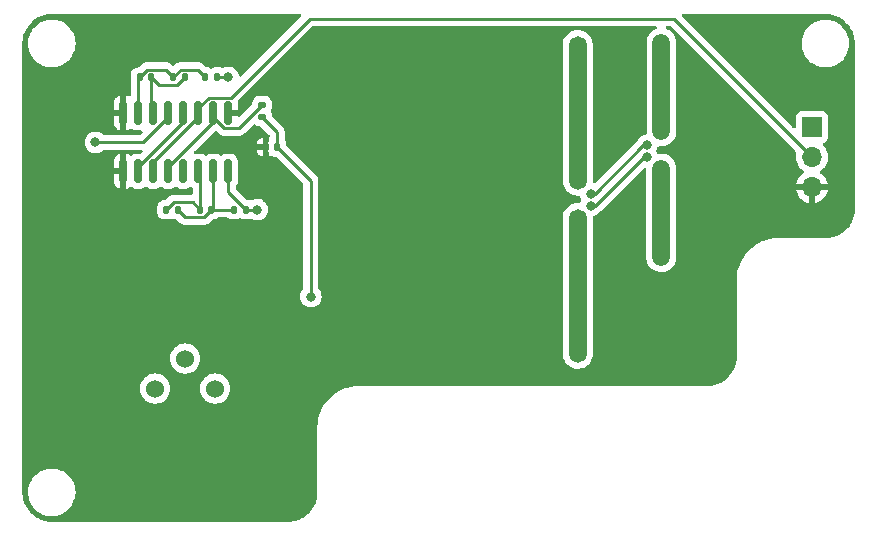
<source format=gtl>
G04 #@! TF.GenerationSoftware,KiCad,Pcbnew,(6.0.1-0)*
G04 #@! TF.CreationDate,2022-01-17T01:44:42+01:00*
G04 #@! TF.ProjectId,f_buzzer,665f6275-7a7a-4657-922e-6b696361645f,rev?*
G04 #@! TF.SameCoordinates,Original*
G04 #@! TF.FileFunction,Copper,L1,Top*
G04 #@! TF.FilePolarity,Positive*
%FSLAX46Y46*%
G04 Gerber Fmt 4.6, Leading zero omitted, Abs format (unit mm)*
G04 Created by KiCad (PCBNEW (6.0.1-0)) date 2022-01-17 01:44:42*
%MOMM*%
%LPD*%
G01*
G04 APERTURE LIST*
G04 Aperture macros list*
%AMRoundRect*
0 Rectangle with rounded corners*
0 $1 Rounding radius*
0 $2 $3 $4 $5 $6 $7 $8 $9 X,Y pos of 4 corners*
0 Add a 4 corners polygon primitive as box body*
4,1,4,$2,$3,$4,$5,$6,$7,$8,$9,$2,$3,0*
0 Add four circle primitives for the rounded corners*
1,1,$1+$1,$2,$3*
1,1,$1+$1,$4,$5*
1,1,$1+$1,$6,$7*
1,1,$1+$1,$8,$9*
0 Add four rect primitives between the rounded corners*
20,1,$1+$1,$2,$3,$4,$5,0*
20,1,$1+$1,$4,$5,$6,$7,0*
20,1,$1+$1,$6,$7,$8,$9,0*
20,1,$1+$1,$8,$9,$2,$3,0*%
G04 Aperture macros list end*
G04 #@! TA.AperFunction,ComponentPad*
%ADD10O,1.500000X9.000000*%
G04 #@! TD*
G04 #@! TA.AperFunction,SMDPad,CuDef*
%ADD11RoundRect,0.140000X0.140000X0.170000X-0.140000X0.170000X-0.140000X-0.170000X0.140000X-0.170000X0*%
G04 #@! TD*
G04 #@! TA.AperFunction,SMDPad,CuDef*
%ADD12RoundRect,0.135000X-0.185000X0.135000X-0.185000X-0.135000X0.185000X-0.135000X0.185000X0.135000X0*%
G04 #@! TD*
G04 #@! TA.AperFunction,SMDPad,CuDef*
%ADD13RoundRect,0.135000X0.135000X0.185000X-0.135000X0.185000X-0.135000X-0.185000X0.135000X-0.185000X0*%
G04 #@! TD*
G04 #@! TA.AperFunction,SMDPad,CuDef*
%ADD14RoundRect,0.135000X-0.135000X-0.185000X0.135000X-0.185000X0.135000X0.185000X-0.135000X0.185000X0*%
G04 #@! TD*
G04 #@! TA.AperFunction,ComponentPad*
%ADD15C,1.524000*%
G04 #@! TD*
G04 #@! TA.AperFunction,SMDPad,CuDef*
%ADD16RoundRect,0.150000X-0.150000X0.825000X-0.150000X-0.825000X0.150000X-0.825000X0.150000X0.825000X0*%
G04 #@! TD*
G04 #@! TA.AperFunction,ComponentPad*
%ADD17R,1.700000X1.700000*%
G04 #@! TD*
G04 #@! TA.AperFunction,ComponentPad*
%ADD18O,1.700000X1.700000*%
G04 #@! TD*
G04 #@! TA.AperFunction,SMDPad,CuDef*
%ADD19RoundRect,0.140000X-0.140000X-0.170000X0.140000X-0.170000X0.140000X0.170000X-0.140000X0.170000X0*%
G04 #@! TD*
G04 #@! TA.AperFunction,ComponentPad*
%ADD20O,1.500000X13.000000*%
G04 #@! TD*
G04 #@! TA.AperFunction,ViaPad*
%ADD21C,0.800000*%
G04 #@! TD*
G04 #@! TA.AperFunction,Conductor*
%ADD22C,0.250000*%
G04 #@! TD*
G04 APERTURE END LIST*
D10*
X168820000Y-82850000D03*
X168810000Y-93490000D03*
D11*
X125640000Y-82000000D03*
X124680000Y-82000000D03*
X136290000Y-87920000D03*
X135330000Y-87920000D03*
D12*
X135020000Y-84360000D03*
X135020000Y-85380000D03*
D13*
X133640000Y-93210000D03*
X132620000Y-93210000D03*
D14*
X130190000Y-82000000D03*
X131210000Y-82000000D03*
D15*
X131035000Y-108365000D03*
X128495000Y-105825000D03*
X125955000Y-108365000D03*
D16*
X132165000Y-85025000D03*
X130895000Y-85025000D03*
X129625000Y-85025000D03*
X128355000Y-85025000D03*
X127085000Y-85025000D03*
X125815000Y-85025000D03*
X124545000Y-85025000D03*
X123275000Y-85025000D03*
X123275000Y-89975000D03*
X124545000Y-89975000D03*
X125815000Y-89975000D03*
X127085000Y-89975000D03*
X128355000Y-89975000D03*
X129625000Y-89975000D03*
X130895000Y-89975000D03*
X132165000Y-89975000D03*
D17*
X181570000Y-86230000D03*
D18*
X181570000Y-88770000D03*
X181570000Y-91310000D03*
D19*
X126900000Y-93230000D03*
X127860000Y-93230000D03*
X129770000Y-93230000D03*
X130730000Y-93230000D03*
D11*
X128450000Y-82000000D03*
X127490000Y-82000000D03*
D20*
X161740000Y-85020000D03*
X161740000Y-99680000D03*
D21*
X167610000Y-88760000D03*
X120900000Y-87520000D03*
X162820000Y-92869503D03*
X162820000Y-91870000D03*
X167594385Y-87760620D03*
X139150000Y-100584020D03*
X132150000Y-82020000D03*
X134600000Y-93220000D03*
D22*
X124966072Y-87520000D02*
X120900000Y-87520000D01*
X127085000Y-85401072D02*
X124966072Y-87520000D01*
X167350000Y-88760000D02*
X163240497Y-92869503D01*
X167610000Y-88760000D02*
X167350000Y-88760000D01*
X127085000Y-85025000D02*
X127085000Y-85401072D01*
X163240497Y-92869503D02*
X162820000Y-92869503D01*
X163170000Y-91870000D02*
X162820000Y-91870000D01*
X167594385Y-87760620D02*
X167279380Y-87760620D01*
X167279380Y-87760620D02*
X163170000Y-91870000D01*
X125307590Y-81365480D02*
X126855480Y-81365480D01*
X124680000Y-82000000D02*
X124680000Y-81993070D01*
X124545000Y-82135000D02*
X124680000Y-82000000D01*
X127490000Y-82000000D02*
X127490000Y-81993070D01*
X129555480Y-81365480D02*
X130190000Y-82000000D01*
X124680000Y-81993070D02*
X125307590Y-81365480D01*
X124545000Y-85025000D02*
X124545000Y-82135000D01*
X127490000Y-81993070D02*
X128117590Y-81365480D01*
X126855480Y-81365480D02*
X127490000Y-82000000D01*
X128117590Y-81365480D02*
X129555480Y-81365480D01*
X128450000Y-82006930D02*
X127822410Y-82634520D01*
X128450000Y-82000000D02*
X128450000Y-82006930D01*
X125640000Y-82000000D02*
X125640000Y-84850000D01*
X125640000Y-84850000D02*
X125815000Y-85025000D01*
X127822410Y-82634520D02*
X126274520Y-82634520D01*
X126274520Y-82634520D02*
X125640000Y-82000000D01*
X130102410Y-93864520D02*
X130730000Y-93236930D01*
X130750000Y-93210000D02*
X130730000Y-93230000D01*
X130730000Y-93236930D02*
X130730000Y-93230000D01*
X132620000Y-93210000D02*
X130750000Y-93210000D01*
X128494520Y-93864520D02*
X130102410Y-93864520D01*
X130895000Y-89975000D02*
X130895000Y-93065000D01*
X130895000Y-93065000D02*
X130730000Y-93230000D01*
X127860000Y-93230000D02*
X128494520Y-93864520D01*
X129135480Y-92595480D02*
X129770000Y-93230000D01*
X126900000Y-93223070D02*
X127527590Y-92595480D01*
X129625000Y-89975000D02*
X129770000Y-90120000D01*
X126900000Y-93230000D02*
X126900000Y-93223070D01*
X127527590Y-92595480D02*
X129135480Y-92595480D01*
X129770000Y-90120000D02*
X129770000Y-93230000D01*
X136290000Y-86650000D02*
X136290000Y-87920000D01*
X139150000Y-100584020D02*
X139150000Y-90780000D01*
X135020000Y-85380000D02*
X136290000Y-86650000D01*
X139150000Y-90780000D02*
X136290000Y-87920000D01*
X130895000Y-85401072D02*
X130895000Y-85025000D01*
X131818448Y-86324520D02*
X130895000Y-85401072D01*
X130895000Y-85788928D02*
X130895000Y-85025000D01*
X127085000Y-89975000D02*
X127085000Y-89598928D01*
X133055480Y-86324520D02*
X131818448Y-86324520D01*
X135020000Y-84360000D02*
X133055480Y-86324520D01*
X127085000Y-89598928D02*
X130895000Y-85788928D01*
X132130000Y-82000000D02*
X132150000Y-82020000D01*
X132165000Y-91735000D02*
X132165000Y-89975000D01*
X133640000Y-93210000D02*
X132165000Y-91735000D01*
X134590000Y-93210000D02*
X134600000Y-93220000D01*
X133640000Y-93210000D02*
X134590000Y-93210000D01*
X131210000Y-82000000D02*
X132130000Y-82000000D01*
X124545000Y-89598928D02*
X128355000Y-85788928D01*
X124545000Y-89975000D02*
X124545000Y-89598928D01*
X128355000Y-85788928D02*
X128355000Y-85025000D01*
X129625000Y-84648928D02*
X129625000Y-85025000D01*
X169850000Y-77040000D02*
X139030000Y-77040000D01*
X139030000Y-77040000D02*
X132344520Y-83725480D01*
X129625000Y-85401072D02*
X129625000Y-85025000D01*
X130548448Y-83725480D02*
X129625000Y-84648928D01*
X132344520Y-83725480D02*
X130548448Y-83725480D01*
X125815000Y-89211072D02*
X129625000Y-85401072D01*
X181580000Y-88770000D02*
X169850000Y-77040000D01*
X125815000Y-89975000D02*
X125815000Y-89211072D01*
G04 #@! TA.AperFunction,Conductor*
G36*
X138280026Y-76678002D02*
G01*
X138326519Y-76731658D01*
X138336623Y-76801932D01*
X138307129Y-76866512D01*
X138301000Y-76873095D01*
X133258912Y-81915183D01*
X133196600Y-81949209D01*
X133125785Y-81944144D01*
X133068949Y-81901597D01*
X133045984Y-81843020D01*
X133045606Y-81843100D01*
X133045121Y-81840818D01*
X133044507Y-81839252D01*
X133044232Y-81836638D01*
X133043542Y-81830072D01*
X132984527Y-81648444D01*
X132889040Y-81483056D01*
X132761253Y-81341134D01*
X132637513Y-81251231D01*
X132612094Y-81232763D01*
X132612093Y-81232762D01*
X132606752Y-81228882D01*
X132600724Y-81226198D01*
X132600722Y-81226197D01*
X132438319Y-81153891D01*
X132438318Y-81153891D01*
X132432288Y-81151206D01*
X132318606Y-81127042D01*
X132251944Y-81112872D01*
X132251939Y-81112872D01*
X132245487Y-81111500D01*
X132054513Y-81111500D01*
X132048061Y-81112872D01*
X132048056Y-81112872D01*
X131981394Y-81127042D01*
X131867712Y-81151206D01*
X131861682Y-81153891D01*
X131861681Y-81153891D01*
X131708285Y-81222187D01*
X131637918Y-81231621D01*
X131608263Y-81223083D01*
X131602596Y-81219731D01*
X131594985Y-81217520D01*
X131594983Y-81217519D01*
X131471004Y-81181500D01*
X131446466Y-81174371D01*
X131440059Y-81173867D01*
X131440055Y-81173866D01*
X131412444Y-81171693D01*
X131412438Y-81171693D01*
X131409989Y-81171500D01*
X131210122Y-81171500D01*
X131010012Y-81171501D01*
X130973534Y-81174371D01*
X130876730Y-81202495D01*
X130825017Y-81217519D01*
X130825015Y-81217520D01*
X130817404Y-81219731D01*
X130810579Y-81223767D01*
X130810575Y-81223769D01*
X130764139Y-81251231D01*
X130695323Y-81268691D01*
X130635861Y-81251231D01*
X130589425Y-81223769D01*
X130589421Y-81223767D01*
X130582596Y-81219731D01*
X130574985Y-81217520D01*
X130574983Y-81217519D01*
X130451004Y-81181500D01*
X130426466Y-81174371D01*
X130420059Y-81173867D01*
X130420055Y-81173866D01*
X130392444Y-81171693D01*
X130392438Y-81171693D01*
X130389989Y-81171500D01*
X130309595Y-81171500D01*
X130241474Y-81151498D01*
X130220500Y-81134595D01*
X130059132Y-80973227D01*
X130051592Y-80964941D01*
X130047480Y-80958462D01*
X129997828Y-80911836D01*
X129994987Y-80909082D01*
X129975250Y-80889345D01*
X129972053Y-80886865D01*
X129963031Y-80879160D01*
X129949596Y-80866544D01*
X129930801Y-80848894D01*
X129923855Y-80845075D01*
X129923852Y-80845073D01*
X129913046Y-80839132D01*
X129896527Y-80828281D01*
X129896063Y-80827921D01*
X129880521Y-80815866D01*
X129873252Y-80812721D01*
X129873248Y-80812718D01*
X129839943Y-80798306D01*
X129829293Y-80793089D01*
X129790540Y-80771785D01*
X129770917Y-80766747D01*
X129752214Y-80760343D01*
X129740900Y-80755447D01*
X129740899Y-80755447D01*
X129733625Y-80752299D01*
X129725802Y-80751060D01*
X129725792Y-80751057D01*
X129689956Y-80745381D01*
X129678336Y-80742975D01*
X129643191Y-80733952D01*
X129643190Y-80733952D01*
X129635510Y-80731980D01*
X129615256Y-80731980D01*
X129595545Y-80730429D01*
X129583366Y-80728500D01*
X129575537Y-80727260D01*
X129546266Y-80730027D01*
X129531519Y-80731421D01*
X129519661Y-80731980D01*
X128196357Y-80731980D01*
X128185174Y-80731453D01*
X128177681Y-80729778D01*
X128169755Y-80730027D01*
X128169754Y-80730027D01*
X128109604Y-80731918D01*
X128105645Y-80731980D01*
X128077734Y-80731980D01*
X128073800Y-80732477D01*
X128073799Y-80732477D01*
X128073734Y-80732485D01*
X128061897Y-80733418D01*
X128030080Y-80734418D01*
X128025619Y-80734558D01*
X128017700Y-80734807D01*
X128000044Y-80739936D01*
X127998248Y-80740458D01*
X127978896Y-80744466D01*
X127971825Y-80745360D01*
X127958793Y-80747006D01*
X127951424Y-80749923D01*
X127951422Y-80749924D01*
X127917687Y-80763280D01*
X127906459Y-80767125D01*
X127863997Y-80779462D01*
X127857175Y-80783496D01*
X127857169Y-80783499D01*
X127846558Y-80789774D01*
X127828808Y-80798470D01*
X127817346Y-80803008D01*
X127817341Y-80803011D01*
X127809973Y-80805928D01*
X127794979Y-80816822D01*
X127774215Y-80831907D01*
X127764297Y-80838423D01*
X127753053Y-80845073D01*
X127726227Y-80860938D01*
X127711903Y-80875262D01*
X127696871Y-80888101D01*
X127680483Y-80900008D01*
X127662691Y-80921515D01*
X127652302Y-80934073D01*
X127644312Y-80942853D01*
X127575630Y-81011535D01*
X127513318Y-81045561D01*
X127442503Y-81040496D01*
X127397440Y-81011535D01*
X127359132Y-80973227D01*
X127351592Y-80964941D01*
X127347480Y-80958462D01*
X127297828Y-80911836D01*
X127294987Y-80909082D01*
X127275250Y-80889345D01*
X127272053Y-80886865D01*
X127263031Y-80879160D01*
X127249596Y-80866544D01*
X127230801Y-80848894D01*
X127223855Y-80845075D01*
X127223852Y-80845073D01*
X127213046Y-80839132D01*
X127196527Y-80828281D01*
X127196063Y-80827921D01*
X127180521Y-80815866D01*
X127173252Y-80812721D01*
X127173248Y-80812718D01*
X127139943Y-80798306D01*
X127129293Y-80793089D01*
X127090540Y-80771785D01*
X127070917Y-80766747D01*
X127052214Y-80760343D01*
X127040900Y-80755447D01*
X127040899Y-80755447D01*
X127033625Y-80752299D01*
X127025802Y-80751060D01*
X127025792Y-80751057D01*
X126989956Y-80745381D01*
X126978336Y-80742975D01*
X126943191Y-80733952D01*
X126943190Y-80733952D01*
X126935510Y-80731980D01*
X126915256Y-80731980D01*
X126895545Y-80730429D01*
X126883366Y-80728500D01*
X126875537Y-80727260D01*
X126846266Y-80730027D01*
X126831519Y-80731421D01*
X126819661Y-80731980D01*
X125386357Y-80731980D01*
X125375174Y-80731453D01*
X125367681Y-80729778D01*
X125359755Y-80730027D01*
X125359754Y-80730027D01*
X125299604Y-80731918D01*
X125295645Y-80731980D01*
X125267734Y-80731980D01*
X125263800Y-80732477D01*
X125263799Y-80732477D01*
X125263734Y-80732485D01*
X125251897Y-80733418D01*
X125220080Y-80734418D01*
X125215619Y-80734558D01*
X125207700Y-80734807D01*
X125190044Y-80739936D01*
X125188248Y-80740458D01*
X125168896Y-80744466D01*
X125161825Y-80745360D01*
X125148793Y-80747006D01*
X125141424Y-80749923D01*
X125141422Y-80749924D01*
X125107687Y-80763280D01*
X125096459Y-80767125D01*
X125053997Y-80779462D01*
X125047175Y-80783496D01*
X125047169Y-80783499D01*
X125036558Y-80789774D01*
X125018808Y-80798470D01*
X125007346Y-80803008D01*
X125007341Y-80803011D01*
X124999973Y-80805928D01*
X124984979Y-80816822D01*
X124964215Y-80831907D01*
X124954297Y-80838423D01*
X124943053Y-80845073D01*
X124916227Y-80860938D01*
X124901903Y-80875262D01*
X124886871Y-80888101D01*
X124870483Y-80900008D01*
X124852691Y-80921515D01*
X124842302Y-80934073D01*
X124834312Y-80942853D01*
X124632570Y-81144595D01*
X124570258Y-81178621D01*
X124543475Y-81181500D01*
X124474516Y-81181500D01*
X124472068Y-81181693D01*
X124472060Y-81181693D01*
X124444156Y-81183889D01*
X124444151Y-81183890D01*
X124437746Y-81184394D01*
X124338995Y-81213084D01*
X124288016Y-81227894D01*
X124288014Y-81227895D01*
X124280403Y-81230106D01*
X124273581Y-81234141D01*
X124273580Y-81234141D01*
X124241028Y-81253392D01*
X124139371Y-81313512D01*
X124023512Y-81429371D01*
X123940106Y-81570403D01*
X123894394Y-81727746D01*
X123891500Y-81764516D01*
X123891500Y-82235484D01*
X123891693Y-82237932D01*
X123891693Y-82237940D01*
X123893889Y-82265841D01*
X123894394Y-82272254D01*
X123896189Y-82278431D01*
X123906497Y-82313912D01*
X123911500Y-82349065D01*
X123911500Y-83502357D01*
X123891498Y-83570478D01*
X123837842Y-83616971D01*
X123767568Y-83627075D01*
X123721361Y-83610811D01*
X123695221Y-83595352D01*
X123680790Y-83589107D01*
X123546395Y-83550061D01*
X123532294Y-83550101D01*
X123529000Y-83557370D01*
X123529000Y-86486878D01*
X123532973Y-86500409D01*
X123540871Y-86501544D01*
X123680790Y-86460893D01*
X123695221Y-86454648D01*
X123824676Y-86378090D01*
X123832364Y-86372126D01*
X123898449Y-86346179D01*
X123968072Y-86360080D01*
X123984158Y-86370418D01*
X123988193Y-86374453D01*
X123995023Y-86378492D01*
X123995024Y-86378493D01*
X124025315Y-86396407D01*
X124131399Y-86459145D01*
X124139010Y-86461356D01*
X124139012Y-86461357D01*
X124191231Y-86476528D01*
X124291169Y-86505562D01*
X124297574Y-86506066D01*
X124297579Y-86506067D01*
X124326042Y-86508307D01*
X124326050Y-86508307D01*
X124328498Y-86508500D01*
X124761502Y-86508500D01*
X124763963Y-86508306D01*
X124763971Y-86508306D01*
X124768537Y-86507947D01*
X124838017Y-86522545D01*
X124888574Y-86572390D01*
X124904158Y-86641655D01*
X124879820Y-86708350D01*
X124867517Y-86722650D01*
X124740571Y-86849596D01*
X124678259Y-86883621D01*
X124651476Y-86886500D01*
X121608200Y-86886500D01*
X121540079Y-86866498D01*
X121520853Y-86850157D01*
X121520580Y-86850460D01*
X121515668Y-86846037D01*
X121511253Y-86841134D01*
X121393969Y-86755922D01*
X121362094Y-86732763D01*
X121362093Y-86732762D01*
X121356752Y-86728882D01*
X121350724Y-86726198D01*
X121350722Y-86726197D01*
X121188319Y-86653891D01*
X121188318Y-86653891D01*
X121182288Y-86651206D01*
X121088888Y-86631353D01*
X121001944Y-86612872D01*
X121001939Y-86612872D01*
X120995487Y-86611500D01*
X120804513Y-86611500D01*
X120798061Y-86612872D01*
X120798056Y-86612872D01*
X120711112Y-86631353D01*
X120617712Y-86651206D01*
X120611682Y-86653891D01*
X120611681Y-86653891D01*
X120449278Y-86726197D01*
X120449276Y-86726198D01*
X120443248Y-86728882D01*
X120437907Y-86732762D01*
X120437906Y-86732763D01*
X120420743Y-86745233D01*
X120288747Y-86841134D01*
X120284326Y-86846044D01*
X120284325Y-86846045D01*
X120169670Y-86973383D01*
X120160960Y-86983056D01*
X120065473Y-87148444D01*
X120006458Y-87330072D01*
X120005768Y-87336633D01*
X120005768Y-87336635D01*
X120002896Y-87363964D01*
X119986496Y-87520000D01*
X119987186Y-87526565D01*
X120001225Y-87660135D01*
X120006458Y-87709928D01*
X120065473Y-87891556D01*
X120160960Y-88056944D01*
X120165378Y-88061851D01*
X120165379Y-88061852D01*
X120284325Y-88193955D01*
X120288747Y-88198866D01*
X120443248Y-88311118D01*
X120449276Y-88313802D01*
X120449278Y-88313803D01*
X120611681Y-88386109D01*
X120617712Y-88388794D01*
X120711113Y-88408647D01*
X120798056Y-88427128D01*
X120798061Y-88427128D01*
X120804513Y-88428500D01*
X120995487Y-88428500D01*
X121001939Y-88427128D01*
X121001944Y-88427128D01*
X121088887Y-88408647D01*
X121182288Y-88388794D01*
X121188319Y-88386109D01*
X121350722Y-88313803D01*
X121350724Y-88313802D01*
X121356752Y-88311118D01*
X121511253Y-88198866D01*
X121515668Y-88193963D01*
X121520580Y-88189540D01*
X121521705Y-88190789D01*
X121575014Y-88157949D01*
X121608200Y-88153500D01*
X124790333Y-88153500D01*
X124858454Y-88173502D01*
X124904947Y-88227158D01*
X124915051Y-88297432D01*
X124885557Y-88362012D01*
X124879428Y-88368595D01*
X124793428Y-88454595D01*
X124731116Y-88488621D01*
X124704333Y-88491500D01*
X124328498Y-88491500D01*
X124326050Y-88491693D01*
X124326042Y-88491693D01*
X124297579Y-88493933D01*
X124297574Y-88493934D01*
X124291169Y-88494438D01*
X124204202Y-88519704D01*
X124139012Y-88538643D01*
X124139010Y-88538644D01*
X124131399Y-88540855D01*
X123988193Y-88625547D01*
X123985253Y-88628487D01*
X123920729Y-88653821D01*
X123851106Y-88639920D01*
X123832360Y-88627871D01*
X123824677Y-88621911D01*
X123695221Y-88545352D01*
X123680790Y-88539107D01*
X123546395Y-88500061D01*
X123532294Y-88500101D01*
X123529000Y-88507370D01*
X123529000Y-91436878D01*
X123532973Y-91450409D01*
X123540871Y-91451544D01*
X123680790Y-91410893D01*
X123695221Y-91404648D01*
X123824676Y-91328090D01*
X123832364Y-91322126D01*
X123898449Y-91296179D01*
X123968072Y-91310080D01*
X123984158Y-91320418D01*
X123988193Y-91324453D01*
X123995021Y-91328491D01*
X123995024Y-91328493D01*
X124005109Y-91334457D01*
X124131399Y-91409145D01*
X124139010Y-91411356D01*
X124139012Y-91411357D01*
X124191231Y-91426528D01*
X124291169Y-91455562D01*
X124297574Y-91456066D01*
X124297579Y-91456067D01*
X124326042Y-91458307D01*
X124326050Y-91458307D01*
X124328498Y-91458500D01*
X124761502Y-91458500D01*
X124763950Y-91458307D01*
X124763958Y-91458307D01*
X124792421Y-91456067D01*
X124792426Y-91456066D01*
X124798831Y-91455562D01*
X124898769Y-91426528D01*
X124950988Y-91411357D01*
X124950990Y-91411356D01*
X124958601Y-91409145D01*
X125101807Y-91324453D01*
X125104489Y-91321771D01*
X125168861Y-91296498D01*
X125238484Y-91310400D01*
X125254312Y-91320572D01*
X125258193Y-91324453D01*
X125401399Y-91409145D01*
X125409010Y-91411356D01*
X125409012Y-91411357D01*
X125461231Y-91426528D01*
X125561169Y-91455562D01*
X125567574Y-91456066D01*
X125567579Y-91456067D01*
X125596042Y-91458307D01*
X125596050Y-91458307D01*
X125598498Y-91458500D01*
X126031502Y-91458500D01*
X126033950Y-91458307D01*
X126033958Y-91458307D01*
X126062421Y-91456067D01*
X126062426Y-91456066D01*
X126068831Y-91455562D01*
X126168769Y-91426528D01*
X126220988Y-91411357D01*
X126220990Y-91411356D01*
X126228601Y-91409145D01*
X126371807Y-91324453D01*
X126374489Y-91321771D01*
X126438861Y-91296498D01*
X126508484Y-91310400D01*
X126524312Y-91320572D01*
X126528193Y-91324453D01*
X126671399Y-91409145D01*
X126679010Y-91411356D01*
X126679012Y-91411357D01*
X126731231Y-91426528D01*
X126831169Y-91455562D01*
X126837574Y-91456066D01*
X126837579Y-91456067D01*
X126866042Y-91458307D01*
X126866050Y-91458307D01*
X126868498Y-91458500D01*
X127301502Y-91458500D01*
X127303950Y-91458307D01*
X127303958Y-91458307D01*
X127332421Y-91456067D01*
X127332426Y-91456066D01*
X127338831Y-91455562D01*
X127438769Y-91426528D01*
X127490988Y-91411357D01*
X127490990Y-91411356D01*
X127498601Y-91409145D01*
X127641807Y-91324453D01*
X127644489Y-91321771D01*
X127708861Y-91296498D01*
X127778484Y-91310400D01*
X127794312Y-91320572D01*
X127798193Y-91324453D01*
X127941399Y-91409145D01*
X127949010Y-91411356D01*
X127949012Y-91411357D01*
X128001231Y-91426528D01*
X128101169Y-91455562D01*
X128107574Y-91456066D01*
X128107579Y-91456067D01*
X128136042Y-91458307D01*
X128136050Y-91458307D01*
X128138498Y-91458500D01*
X128571502Y-91458500D01*
X128573950Y-91458307D01*
X128573958Y-91458307D01*
X128602421Y-91456067D01*
X128602426Y-91456066D01*
X128608831Y-91455562D01*
X128708769Y-91426528D01*
X128760988Y-91411357D01*
X128760990Y-91411356D01*
X128768601Y-91409145D01*
X128911807Y-91324453D01*
X128914489Y-91321771D01*
X128978861Y-91296498D01*
X129048484Y-91310400D01*
X129064314Y-91320574D01*
X129068193Y-91324453D01*
X129075016Y-91328488D01*
X129081281Y-91333348D01*
X129080421Y-91334457D01*
X129123093Y-91380162D01*
X129136500Y-91436719D01*
X129136500Y-91835980D01*
X129116498Y-91904101D01*
X129062842Y-91950594D01*
X129010500Y-91961980D01*
X127606357Y-91961980D01*
X127595174Y-91961453D01*
X127587681Y-91959778D01*
X127579755Y-91960027D01*
X127579754Y-91960027D01*
X127519604Y-91961918D01*
X127515645Y-91961980D01*
X127487734Y-91961980D01*
X127483800Y-91962477D01*
X127483799Y-91962477D01*
X127483734Y-91962485D01*
X127471897Y-91963418D01*
X127440080Y-91964418D01*
X127435619Y-91964558D01*
X127427700Y-91964807D01*
X127413618Y-91968898D01*
X127408248Y-91970458D01*
X127388896Y-91974466D01*
X127381825Y-91975360D01*
X127368793Y-91977006D01*
X127361424Y-91979923D01*
X127361422Y-91979924D01*
X127327687Y-91993280D01*
X127316459Y-91997125D01*
X127273997Y-92009462D01*
X127267175Y-92013496D01*
X127267169Y-92013499D01*
X127256558Y-92019774D01*
X127238808Y-92028470D01*
X127227346Y-92033008D01*
X127227341Y-92033011D01*
X127219973Y-92035928D01*
X127202560Y-92048579D01*
X127184215Y-92061907D01*
X127174297Y-92068423D01*
X127155609Y-92079475D01*
X127136227Y-92090938D01*
X127121903Y-92105262D01*
X127106871Y-92118101D01*
X127090483Y-92130008D01*
X127062302Y-92164073D01*
X127054312Y-92172853D01*
X126852570Y-92374595D01*
X126790258Y-92408621D01*
X126763475Y-92411500D01*
X126694516Y-92411500D01*
X126692068Y-92411693D01*
X126692060Y-92411693D01*
X126664156Y-92413889D01*
X126664151Y-92413890D01*
X126657746Y-92414394D01*
X126560147Y-92442749D01*
X126508016Y-92457894D01*
X126508014Y-92457895D01*
X126500403Y-92460106D01*
X126493581Y-92464141D01*
X126493580Y-92464141D01*
X126446094Y-92492224D01*
X126359371Y-92543512D01*
X126243512Y-92659371D01*
X126160106Y-92800403D01*
X126114394Y-92957746D01*
X126111500Y-92994516D01*
X126111500Y-93465484D01*
X126111693Y-93467932D01*
X126111693Y-93467940D01*
X126113765Y-93494259D01*
X126114394Y-93502254D01*
X126160106Y-93659597D01*
X126243512Y-93800629D01*
X126359371Y-93916488D01*
X126366192Y-93920522D01*
X126438949Y-93963550D01*
X126500403Y-93999894D01*
X126508014Y-94002105D01*
X126508016Y-94002106D01*
X126548278Y-94013803D01*
X126657746Y-94045606D01*
X126664151Y-94046110D01*
X126664156Y-94046111D01*
X126692060Y-94048307D01*
X126692068Y-94048307D01*
X126694516Y-94048500D01*
X127105484Y-94048500D01*
X127107932Y-94048307D01*
X127107940Y-94048307D01*
X127135844Y-94046111D01*
X127135849Y-94046110D01*
X127142254Y-94045606D01*
X127251722Y-94013803D01*
X127291984Y-94002106D01*
X127291986Y-94002105D01*
X127299597Y-93999894D01*
X127306422Y-93995858D01*
X127315863Y-93990275D01*
X127384680Y-93972817D01*
X127444137Y-93990275D01*
X127453578Y-93995858D01*
X127460403Y-93999894D01*
X127468014Y-94002105D01*
X127468016Y-94002106D01*
X127508278Y-94013803D01*
X127617746Y-94045606D01*
X127624151Y-94046110D01*
X127624156Y-94046111D01*
X127652060Y-94048307D01*
X127652068Y-94048307D01*
X127654516Y-94048500D01*
X127730405Y-94048500D01*
X127798526Y-94068502D01*
X127819500Y-94085405D01*
X127990868Y-94256773D01*
X127998408Y-94265059D01*
X128002520Y-94271538D01*
X128008297Y-94276963D01*
X128052171Y-94318163D01*
X128055013Y-94320918D01*
X128074750Y-94340655D01*
X128077947Y-94343135D01*
X128086967Y-94350838D01*
X128119199Y-94381106D01*
X128126145Y-94384925D01*
X128126148Y-94384927D01*
X128136954Y-94390868D01*
X128153473Y-94401719D01*
X128169479Y-94414134D01*
X128176748Y-94417279D01*
X128176752Y-94417282D01*
X128210057Y-94431694D01*
X128220707Y-94436911D01*
X128259460Y-94458215D01*
X128267135Y-94460186D01*
X128267136Y-94460186D01*
X128279082Y-94463253D01*
X128297787Y-94469657D01*
X128316375Y-94477701D01*
X128324198Y-94478940D01*
X128324208Y-94478943D01*
X128360044Y-94484619D01*
X128371664Y-94487025D01*
X128403479Y-94495193D01*
X128414490Y-94498020D01*
X128434744Y-94498020D01*
X128454454Y-94499571D01*
X128474463Y-94502740D01*
X128482355Y-94501994D01*
X128501100Y-94500222D01*
X128518482Y-94498579D01*
X128530339Y-94498020D01*
X130023643Y-94498020D01*
X130034826Y-94498547D01*
X130042319Y-94500222D01*
X130050245Y-94499973D01*
X130050246Y-94499973D01*
X130110396Y-94498082D01*
X130114355Y-94498020D01*
X130142266Y-94498020D01*
X130146201Y-94497523D01*
X130146266Y-94497515D01*
X130158103Y-94496582D01*
X130190361Y-94495568D01*
X130194380Y-94495442D01*
X130202299Y-94495193D01*
X130221753Y-94489541D01*
X130241110Y-94485533D01*
X130253340Y-94483988D01*
X130253341Y-94483988D01*
X130261207Y-94482994D01*
X130268578Y-94480075D01*
X130268580Y-94480075D01*
X130302322Y-94466716D01*
X130313552Y-94462871D01*
X130348393Y-94452749D01*
X130348394Y-94452749D01*
X130356003Y-94450538D01*
X130362822Y-94446505D01*
X130362827Y-94446503D01*
X130373438Y-94440227D01*
X130391186Y-94431532D01*
X130410027Y-94424072D01*
X130445797Y-94398084D01*
X130455717Y-94391568D01*
X130486945Y-94373100D01*
X130486948Y-94373098D01*
X130493772Y-94369062D01*
X130508093Y-94354741D01*
X130523127Y-94341900D01*
X130533104Y-94334651D01*
X130539517Y-94329992D01*
X130567708Y-94295915D01*
X130575698Y-94287136D01*
X130777429Y-94085405D01*
X130839741Y-94051379D01*
X130866524Y-94048500D01*
X130935484Y-94048500D01*
X130937932Y-94048307D01*
X130937940Y-94048307D01*
X130965844Y-94046111D01*
X130965849Y-94046110D01*
X130972254Y-94045606D01*
X131081722Y-94013803D01*
X131121984Y-94002106D01*
X131121986Y-94002105D01*
X131129597Y-93999894D01*
X131191052Y-93963550D01*
X131263808Y-93920522D01*
X131270629Y-93916488D01*
X131306712Y-93880405D01*
X131369024Y-93846379D01*
X131395807Y-93843500D01*
X131971263Y-93843500D01*
X132039384Y-93863502D01*
X132060358Y-93880405D01*
X132087459Y-93907506D01*
X132094280Y-93911540D01*
X132182225Y-93963550D01*
X132227404Y-93990269D01*
X132235015Y-93992480D01*
X132235017Y-93992481D01*
X132308408Y-94013803D01*
X132383534Y-94035629D01*
X132389941Y-94036133D01*
X132389945Y-94036134D01*
X132417556Y-94038307D01*
X132417562Y-94038307D01*
X132420011Y-94038500D01*
X132619878Y-94038500D01*
X132819988Y-94038499D01*
X132856466Y-94035629D01*
X132979467Y-93999894D01*
X133004983Y-93992481D01*
X133004985Y-93992480D01*
X133012596Y-93990269D01*
X133019421Y-93986233D01*
X133019425Y-93986231D01*
X133065861Y-93958769D01*
X133134677Y-93941309D01*
X133194139Y-93958769D01*
X133240575Y-93986231D01*
X133240579Y-93986233D01*
X133247404Y-93990269D01*
X133255015Y-93992480D01*
X133255017Y-93992481D01*
X133328408Y-94013803D01*
X133403534Y-94035629D01*
X133409941Y-94036133D01*
X133409945Y-94036134D01*
X133437556Y-94038307D01*
X133437562Y-94038307D01*
X133440011Y-94038500D01*
X133639878Y-94038500D01*
X133839988Y-94038499D01*
X133876466Y-94035629D01*
X134031866Y-93990481D01*
X134102861Y-93990684D01*
X134131641Y-94004886D01*
X134132189Y-94003936D01*
X134137907Y-94007237D01*
X134143248Y-94011118D01*
X134149276Y-94013802D01*
X134149278Y-94013803D01*
X134233676Y-94051379D01*
X134317712Y-94088794D01*
X134411112Y-94108647D01*
X134498056Y-94127128D01*
X134498061Y-94127128D01*
X134504513Y-94128500D01*
X134695487Y-94128500D01*
X134701939Y-94127128D01*
X134701944Y-94127128D01*
X134788887Y-94108647D01*
X134882288Y-94088794D01*
X134966324Y-94051379D01*
X135050722Y-94013803D01*
X135050724Y-94013802D01*
X135056752Y-94011118D01*
X135072201Y-93999894D01*
X135152835Y-93941309D01*
X135211253Y-93898866D01*
X135234542Y-93873001D01*
X135334621Y-93761852D01*
X135334622Y-93761851D01*
X135339040Y-93756944D01*
X135434527Y-93591556D01*
X135493542Y-93409928D01*
X135497314Y-93374045D01*
X135512814Y-93226565D01*
X135513504Y-93220000D01*
X135512814Y-93213435D01*
X135494232Y-93036635D01*
X135494232Y-93036633D01*
X135493542Y-93030072D01*
X135434527Y-92848444D01*
X135406791Y-92800403D01*
X135382559Y-92758433D01*
X135339040Y-92683056D01*
X135324617Y-92667037D01*
X135215675Y-92546045D01*
X135215674Y-92546044D01*
X135211253Y-92541134D01*
X135099728Y-92460106D01*
X135062094Y-92432763D01*
X135062093Y-92432762D01*
X135056752Y-92428882D01*
X135050724Y-92426198D01*
X135050722Y-92426197D01*
X134888319Y-92353891D01*
X134888318Y-92353891D01*
X134882288Y-92351206D01*
X134788888Y-92331353D01*
X134701944Y-92312872D01*
X134701939Y-92312872D01*
X134695487Y-92311500D01*
X134504513Y-92311500D01*
X134498061Y-92312872D01*
X134498056Y-92312872D01*
X134411112Y-92331353D01*
X134317712Y-92351206D01*
X134311682Y-92353891D01*
X134311681Y-92353891D01*
X134276059Y-92369751D01*
X134143248Y-92428882D01*
X134142714Y-92427682D01*
X134080603Y-92442749D01*
X134037822Y-92432821D01*
X134032596Y-92429731D01*
X134024985Y-92427520D01*
X134024983Y-92427519D01*
X133882644Y-92386166D01*
X133882645Y-92386166D01*
X133876466Y-92384371D01*
X133870059Y-92383867D01*
X133870055Y-92383866D01*
X133842444Y-92381693D01*
X133842438Y-92381693D01*
X133839989Y-92381500D01*
X133759595Y-92381500D01*
X133691474Y-92361498D01*
X133670500Y-92344595D01*
X132835405Y-91509500D01*
X132801379Y-91447188D01*
X132798500Y-91420405D01*
X132798500Y-91299950D01*
X132818502Y-91231829D01*
X132829059Y-91218729D01*
X132828989Y-91218675D01*
X132833845Y-91212415D01*
X132839453Y-91206807D01*
X132843489Y-91199983D01*
X132843491Y-91199980D01*
X132920108Y-91070427D01*
X132924145Y-91063601D01*
X132926415Y-91055790D01*
X132949659Y-90975781D01*
X132970562Y-90903831D01*
X132971074Y-90897336D01*
X132973307Y-90868958D01*
X132973307Y-90868950D01*
X132973500Y-90866502D01*
X132973500Y-89083498D01*
X132971095Y-89052939D01*
X132971067Y-89052579D01*
X132971066Y-89052574D01*
X132970562Y-89046169D01*
X132931129Y-88910439D01*
X132926357Y-88894012D01*
X132926356Y-88894010D01*
X132924145Y-88886399D01*
X132892707Y-88833240D01*
X132843491Y-88750020D01*
X132843489Y-88750017D01*
X132839453Y-88743193D01*
X132721807Y-88625547D01*
X132714983Y-88621511D01*
X132714980Y-88621509D01*
X132585427Y-88544892D01*
X132585428Y-88544892D01*
X132578601Y-88540855D01*
X132570990Y-88538644D01*
X132570988Y-88538643D01*
X132505798Y-88519704D01*
X132418831Y-88494438D01*
X132412426Y-88493934D01*
X132412421Y-88493933D01*
X132383958Y-88491693D01*
X132383950Y-88491693D01*
X132381502Y-88491500D01*
X131948498Y-88491500D01*
X131946050Y-88491693D01*
X131946042Y-88491693D01*
X131917579Y-88493933D01*
X131917574Y-88493934D01*
X131911169Y-88494438D01*
X131824202Y-88519704D01*
X131759012Y-88538643D01*
X131759010Y-88538644D01*
X131751399Y-88540855D01*
X131608193Y-88625547D01*
X131605511Y-88628229D01*
X131541139Y-88653502D01*
X131471516Y-88639600D01*
X131455688Y-88629428D01*
X131451807Y-88625547D01*
X131308601Y-88540855D01*
X131300990Y-88538644D01*
X131300988Y-88538643D01*
X131235798Y-88519704D01*
X131148831Y-88494438D01*
X131142426Y-88493934D01*
X131142421Y-88493933D01*
X131113958Y-88491693D01*
X131113950Y-88491693D01*
X131111502Y-88491500D01*
X130678498Y-88491500D01*
X130676050Y-88491693D01*
X130676042Y-88491693D01*
X130647579Y-88493933D01*
X130647574Y-88493934D01*
X130641169Y-88494438D01*
X130554202Y-88519704D01*
X130489012Y-88538643D01*
X130489010Y-88538644D01*
X130481399Y-88540855D01*
X130338193Y-88625547D01*
X130335511Y-88628229D01*
X130271139Y-88653502D01*
X130201516Y-88639600D01*
X130185688Y-88629428D01*
X130181807Y-88625547D01*
X130038601Y-88540855D01*
X130030990Y-88538644D01*
X130030988Y-88538643D01*
X129965798Y-88519704D01*
X129878831Y-88494438D01*
X129872426Y-88493934D01*
X129872421Y-88493933D01*
X129843958Y-88491693D01*
X129843950Y-88491693D01*
X129841502Y-88491500D01*
X129408498Y-88491500D01*
X129406040Y-88491693D01*
X129406026Y-88491694D01*
X129401461Y-88492053D01*
X129331981Y-88477454D01*
X129281424Y-88427609D01*
X129265841Y-88358344D01*
X129290180Y-88291649D01*
X129302486Y-88277346D01*
X129391057Y-88188775D01*
X134544937Y-88188775D01*
X134546688Y-88198359D01*
X134588357Y-88341784D01*
X134594604Y-88356220D01*
X134669876Y-88483499D01*
X134679516Y-88495926D01*
X134784074Y-88600484D01*
X134796501Y-88610124D01*
X134923780Y-88685396D01*
X134938216Y-88691643D01*
X135058605Y-88726619D01*
X135072705Y-88726579D01*
X135076000Y-88719309D01*
X135076000Y-88192115D01*
X135071525Y-88176876D01*
X135070135Y-88175671D01*
X135062452Y-88174000D01*
X134561576Y-88174000D01*
X134546781Y-88178344D01*
X134544937Y-88188775D01*
X129391057Y-88188775D01*
X129930223Y-87649609D01*
X134545232Y-87649609D01*
X134548052Y-87663031D01*
X134559513Y-87666000D01*
X135057885Y-87666000D01*
X135073124Y-87661525D01*
X135074329Y-87660135D01*
X135076000Y-87652452D01*
X135076000Y-87126442D01*
X135072027Y-87112911D01*
X135064129Y-87111776D01*
X134938216Y-87148357D01*
X134923780Y-87154604D01*
X134796501Y-87229876D01*
X134784074Y-87239516D01*
X134679516Y-87344074D01*
X134669876Y-87356501D01*
X134594604Y-87483780D01*
X134588357Y-87498216D01*
X134546688Y-87641641D01*
X134545232Y-87649609D01*
X129930223Y-87649609D01*
X130999833Y-86579999D01*
X131062145Y-86545973D01*
X131132960Y-86551038D01*
X131178023Y-86579999D01*
X131314791Y-86716767D01*
X131322335Y-86725057D01*
X131326448Y-86731538D01*
X131332225Y-86736963D01*
X131376115Y-86778178D01*
X131378957Y-86780933D01*
X131398679Y-86800655D01*
X131401821Y-86803092D01*
X131401881Y-86803139D01*
X131410893Y-86810837D01*
X131430301Y-86829062D01*
X131443127Y-86841106D01*
X131458571Y-86849596D01*
X131460879Y-86850865D01*
X131477401Y-86861718D01*
X131493407Y-86874134D01*
X131500685Y-86877284D01*
X131500686Y-86877284D01*
X131533985Y-86891694D01*
X131544635Y-86896911D01*
X131583388Y-86918215D01*
X131591063Y-86920186D01*
X131591064Y-86920186D01*
X131603010Y-86923253D01*
X131621715Y-86929657D01*
X131640303Y-86937701D01*
X131648126Y-86938940D01*
X131648136Y-86938943D01*
X131683972Y-86944619D01*
X131695592Y-86947025D01*
X131727407Y-86955193D01*
X131738418Y-86958020D01*
X131758672Y-86958020D01*
X131778382Y-86959571D01*
X131798391Y-86962740D01*
X131806283Y-86961994D01*
X131825028Y-86960222D01*
X131842410Y-86958579D01*
X131854267Y-86958020D01*
X132976713Y-86958020D01*
X132987896Y-86958547D01*
X132995389Y-86960222D01*
X133003315Y-86959973D01*
X133003316Y-86959973D01*
X133063466Y-86958082D01*
X133067425Y-86958020D01*
X133095336Y-86958020D01*
X133099271Y-86957523D01*
X133099336Y-86957515D01*
X133111173Y-86956582D01*
X133143431Y-86955568D01*
X133147450Y-86955442D01*
X133155369Y-86955193D01*
X133174823Y-86949541D01*
X133194180Y-86945533D01*
X133206410Y-86943988D01*
X133206411Y-86943988D01*
X133214277Y-86942994D01*
X133221648Y-86940075D01*
X133221650Y-86940075D01*
X133255392Y-86926716D01*
X133266622Y-86922871D01*
X133301463Y-86912749D01*
X133301464Y-86912749D01*
X133309073Y-86910538D01*
X133315892Y-86906505D01*
X133315897Y-86906503D01*
X133326508Y-86900227D01*
X133344256Y-86891532D01*
X133363097Y-86884072D01*
X133398867Y-86858084D01*
X133408787Y-86851568D01*
X133440015Y-86833100D01*
X133440018Y-86833098D01*
X133446842Y-86829062D01*
X133461163Y-86814741D01*
X133476197Y-86801900D01*
X133477911Y-86800655D01*
X133492587Y-86789992D01*
X133497637Y-86783888D01*
X133497642Y-86783883D01*
X133520773Y-86755922D01*
X133528763Y-86747142D01*
X134253834Y-86022071D01*
X134316146Y-85988045D01*
X134386961Y-85993110D01*
X134425130Y-86017641D01*
X134425593Y-86017044D01*
X134431853Y-86021900D01*
X134437459Y-86027506D01*
X134577404Y-86110269D01*
X134585015Y-86112480D01*
X134585017Y-86112481D01*
X134675750Y-86138841D01*
X134733534Y-86155629D01*
X134739941Y-86156133D01*
X134739945Y-86156134D01*
X134767556Y-86158307D01*
X134767562Y-86158307D01*
X134770011Y-86158500D01*
X134850406Y-86158500D01*
X134918527Y-86178502D01*
X134939501Y-86195405D01*
X135619595Y-86875499D01*
X135653621Y-86937811D01*
X135656500Y-86964594D01*
X135656500Y-86998951D01*
X135636498Y-87067072D01*
X135598924Y-87104754D01*
X135588030Y-87111799D01*
X135584000Y-87120691D01*
X135584000Y-87398621D01*
X135566454Y-87462760D01*
X135550106Y-87490403D01*
X135547895Y-87498014D01*
X135547894Y-87498016D01*
X135541507Y-87520000D01*
X135504394Y-87647746D01*
X135503890Y-87654151D01*
X135503889Y-87654156D01*
X135502685Y-87669454D01*
X135501500Y-87684516D01*
X135501500Y-88155484D01*
X135501693Y-88157932D01*
X135501693Y-88157940D01*
X135503728Y-88183786D01*
X135504394Y-88192254D01*
X135520237Y-88246787D01*
X135544617Y-88330702D01*
X135550106Y-88349597D01*
X135554141Y-88356419D01*
X135554141Y-88356420D01*
X135566454Y-88377240D01*
X135584000Y-88441379D01*
X135584000Y-88713558D01*
X135587973Y-88727089D01*
X135595871Y-88728224D01*
X135721784Y-88691643D01*
X135736222Y-88685395D01*
X135745372Y-88679984D01*
X135814188Y-88662526D01*
X135873647Y-88679985D01*
X135881531Y-88684647D01*
X135890403Y-88689894D01*
X135898014Y-88692105D01*
X135898016Y-88692106D01*
X135948995Y-88706916D01*
X136047746Y-88735606D01*
X136054151Y-88736110D01*
X136054156Y-88736111D01*
X136082060Y-88738307D01*
X136082068Y-88738307D01*
X136084516Y-88738500D01*
X136160406Y-88738500D01*
X136228527Y-88758502D01*
X136249501Y-88775405D01*
X138479595Y-91005500D01*
X138513621Y-91067812D01*
X138516500Y-91094595D01*
X138516500Y-99881496D01*
X138496498Y-99949617D01*
X138484142Y-99965799D01*
X138410960Y-100047076D01*
X138315473Y-100212464D01*
X138256458Y-100394092D01*
X138236496Y-100584020D01*
X138256458Y-100773948D01*
X138315473Y-100955576D01*
X138410960Y-101120964D01*
X138538747Y-101262886D01*
X138693248Y-101375138D01*
X138699276Y-101377822D01*
X138699278Y-101377823D01*
X138861681Y-101450129D01*
X138867712Y-101452814D01*
X138961113Y-101472667D01*
X139048056Y-101491148D01*
X139048061Y-101491148D01*
X139054513Y-101492520D01*
X139245487Y-101492520D01*
X139251939Y-101491148D01*
X139251944Y-101491148D01*
X139338887Y-101472667D01*
X139432288Y-101452814D01*
X139438319Y-101450129D01*
X139600722Y-101377823D01*
X139600724Y-101377822D01*
X139606752Y-101375138D01*
X139761253Y-101262886D01*
X139889040Y-101120964D01*
X139984527Y-100955576D01*
X140043542Y-100773948D01*
X140063504Y-100584020D01*
X140043542Y-100394092D01*
X139984527Y-100212464D01*
X139889040Y-100047076D01*
X139815863Y-99965805D01*
X139785147Y-99901799D01*
X139783500Y-99881496D01*
X139783500Y-90858767D01*
X139784027Y-90847584D01*
X139785702Y-90840091D01*
X139785203Y-90824197D01*
X139783562Y-90772001D01*
X139783500Y-90768043D01*
X139783500Y-90740144D01*
X139782996Y-90736153D01*
X139782063Y-90724311D01*
X139780923Y-90688036D01*
X139780674Y-90680111D01*
X139778462Y-90672497D01*
X139778461Y-90672492D01*
X139775023Y-90660659D01*
X139771012Y-90641295D01*
X139769467Y-90629064D01*
X139768474Y-90621203D01*
X139765557Y-90613836D01*
X139765556Y-90613831D01*
X139752198Y-90580092D01*
X139748354Y-90568865D01*
X139738230Y-90534022D01*
X139736018Y-90526407D01*
X139725707Y-90508972D01*
X139717012Y-90491224D01*
X139709552Y-90472383D01*
X139698178Y-90456727D01*
X139683564Y-90436613D01*
X139677048Y-90426693D01*
X139658580Y-90395465D01*
X139658578Y-90395462D01*
X139654542Y-90388638D01*
X139640221Y-90374317D01*
X139627380Y-90359283D01*
X139620131Y-90349306D01*
X139615472Y-90342893D01*
X139581395Y-90314702D01*
X139572616Y-90306712D01*
X137115405Y-87849500D01*
X137081379Y-87787188D01*
X137078500Y-87760405D01*
X137078500Y-87684516D01*
X137077315Y-87669454D01*
X137076111Y-87654156D01*
X137076110Y-87654151D01*
X137075606Y-87647746D01*
X137038493Y-87520000D01*
X137032106Y-87498016D01*
X137032105Y-87498014D01*
X137029894Y-87490403D01*
X136997768Y-87436081D01*
X136950524Y-87356195D01*
X136950523Y-87356193D01*
X136946488Y-87349371D01*
X136947356Y-87348857D01*
X136923994Y-87289365D01*
X136923500Y-87278217D01*
X136923500Y-86728767D01*
X136924027Y-86717584D01*
X136925702Y-86710091D01*
X136923562Y-86642014D01*
X136923500Y-86638055D01*
X136923500Y-86610144D01*
X136922995Y-86606144D01*
X136922062Y-86594301D01*
X136921613Y-86579999D01*
X136920673Y-86550110D01*
X136915022Y-86530658D01*
X136911014Y-86511306D01*
X136910061Y-86503767D01*
X136908474Y-86491203D01*
X136905556Y-86483832D01*
X136892200Y-86450097D01*
X136888355Y-86438870D01*
X136887721Y-86436687D01*
X136876018Y-86396407D01*
X136871984Y-86389585D01*
X136871981Y-86389579D01*
X136865706Y-86378968D01*
X136857010Y-86361218D01*
X136852472Y-86349756D01*
X136852469Y-86349751D01*
X136849552Y-86342383D01*
X136836901Y-86324970D01*
X136823573Y-86306625D01*
X136817057Y-86296707D01*
X136798575Y-86265457D01*
X136794542Y-86258637D01*
X136780218Y-86244313D01*
X136767376Y-86229278D01*
X136755472Y-86212893D01*
X136721406Y-86184711D01*
X136712627Y-86176722D01*
X135885404Y-85349499D01*
X135851378Y-85287187D01*
X135848499Y-85260404D01*
X135848499Y-85180012D01*
X135845629Y-85143534D01*
X135800269Y-84987404D01*
X135796233Y-84980579D01*
X135796231Y-84980575D01*
X135768769Y-84934139D01*
X135751309Y-84865323D01*
X135768769Y-84805861D01*
X135796231Y-84759425D01*
X135796233Y-84759421D01*
X135800269Y-84752596D01*
X135845629Y-84596466D01*
X135848500Y-84559989D01*
X135848499Y-84160012D01*
X135845629Y-84123534D01*
X135817505Y-84026730D01*
X135802481Y-83975017D01*
X135802480Y-83975015D01*
X135800269Y-83967404D01*
X135717506Y-83827459D01*
X135602541Y-83712494D01*
X135462596Y-83629731D01*
X135454985Y-83627520D01*
X135454983Y-83627519D01*
X135312644Y-83586166D01*
X135312645Y-83586166D01*
X135306466Y-83584371D01*
X135300059Y-83583867D01*
X135300055Y-83583866D01*
X135272444Y-83581693D01*
X135272438Y-83581693D01*
X135269989Y-83581500D01*
X135020152Y-83581500D01*
X134770012Y-83581501D01*
X134733534Y-83584371D01*
X134672514Y-83602099D01*
X134585017Y-83627519D01*
X134585015Y-83627520D01*
X134577404Y-83629731D01*
X134437459Y-83712494D01*
X134322494Y-83827459D01*
X134239731Y-83967404D01*
X134237520Y-83975015D01*
X134237519Y-83975017D01*
X134211159Y-84065750D01*
X134194371Y-84123534D01*
X134193867Y-84129941D01*
X134193866Y-84129945D01*
X134191693Y-84157556D01*
X134191500Y-84160011D01*
X134191500Y-84240405D01*
X134171498Y-84308526D01*
X134154595Y-84329500D01*
X133171731Y-85312364D01*
X133109419Y-85346390D01*
X133038604Y-85341325D01*
X132981768Y-85298778D01*
X132976971Y-85289194D01*
X132967135Y-85280671D01*
X132959452Y-85279000D01*
X132037000Y-85279000D01*
X131968879Y-85258998D01*
X131922386Y-85205342D01*
X131911000Y-85153000D01*
X131911000Y-84897000D01*
X131931002Y-84828879D01*
X131984658Y-84782386D01*
X132037000Y-84771000D01*
X132954884Y-84771000D01*
X132970123Y-84766525D01*
X132971328Y-84765135D01*
X132972999Y-84757452D01*
X132972999Y-84136017D01*
X132972805Y-84131080D01*
X132970570Y-84102664D01*
X132968270Y-84090069D01*
X132968250Y-84090001D01*
X132968250Y-84089961D01*
X132967112Y-84083729D01*
X132968268Y-84083518D01*
X132968452Y-84019005D01*
X133000152Y-83965752D01*
X139255499Y-77710405D01*
X139317811Y-77676379D01*
X139344594Y-77673500D01*
X168338515Y-77673500D01*
X168406636Y-77693502D01*
X168453129Y-77747158D01*
X168463233Y-77817432D01*
X168433739Y-77882012D01*
X168375566Y-77919930D01*
X168342565Y-77930082D01*
X168337585Y-77932652D01*
X168337581Y-77932654D01*
X168147919Y-78030546D01*
X168142936Y-78033118D01*
X167964708Y-78169877D01*
X167813515Y-78336036D01*
X167810537Y-78340783D01*
X167810535Y-78340786D01*
X167747519Y-78441243D01*
X167694136Y-78526344D01*
X167610344Y-78734783D01*
X167564787Y-78954767D01*
X167561500Y-79011775D01*
X167561500Y-86656999D01*
X167561749Y-86659784D01*
X167561749Y-86659794D01*
X167567497Y-86724200D01*
X167553629Y-86793829D01*
X167504319Y-86844907D01*
X167468195Y-86858646D01*
X167312097Y-86891826D01*
X167306067Y-86894511D01*
X167306066Y-86894511D01*
X167143663Y-86966817D01*
X167143661Y-86966818D01*
X167137633Y-86969502D01*
X167132292Y-86973382D01*
X167132291Y-86973383D01*
X167111107Y-86988774D01*
X166983132Y-87081754D01*
X166978711Y-87086664D01*
X166978710Y-87086665D01*
X166905072Y-87168449D01*
X166855345Y-87223676D01*
X166800716Y-87318297D01*
X166774744Y-87363281D01*
X166754720Y-87389376D01*
X163213595Y-90930500D01*
X163151283Y-90964526D01*
X163080467Y-90959461D01*
X163023632Y-90916914D01*
X162998821Y-90850394D01*
X162998500Y-90841405D01*
X162998500Y-79213001D01*
X162996419Y-79189677D01*
X162990615Y-79124653D01*
X162983617Y-79046238D01*
X162981968Y-79040208D01*
X162930423Y-78851795D01*
X162924337Y-78829549D01*
X162912982Y-78805741D01*
X162843251Y-78659549D01*
X162827622Y-78626782D01*
X162705465Y-78456782D01*
X162699805Y-78448905D01*
X162696529Y-78444346D01*
X162584762Y-78336036D01*
X162539229Y-78291911D01*
X162539226Y-78291909D01*
X162535201Y-78288008D01*
X162348738Y-78162710D01*
X162143033Y-78072412D01*
X162137582Y-78071103D01*
X162137578Y-78071102D01*
X161930046Y-78021278D01*
X161930045Y-78021278D01*
X161924589Y-78019968D01*
X161840525Y-78015121D01*
X161705917Y-78007360D01*
X161705914Y-78007360D01*
X161700310Y-78007037D01*
X161477285Y-78034025D01*
X161262565Y-78100082D01*
X161257585Y-78102652D01*
X161257581Y-78102654D01*
X161067919Y-78200546D01*
X161062936Y-78203118D01*
X160884708Y-78339877D01*
X160733515Y-78506036D01*
X160730537Y-78510783D01*
X160730535Y-78510786D01*
X160708224Y-78546353D01*
X160614136Y-78696344D01*
X160530344Y-78904783D01*
X160484787Y-79124767D01*
X160484521Y-79129378D01*
X160484521Y-79129379D01*
X160482971Y-79156270D01*
X160481500Y-79181775D01*
X160481500Y-90826999D01*
X160481749Y-90829786D01*
X160481749Y-90829792D01*
X160485241Y-90868920D01*
X160496383Y-90993762D01*
X160497864Y-90999176D01*
X160497865Y-90999181D01*
X160515489Y-91063601D01*
X160555663Y-91210451D01*
X160558075Y-91215509D01*
X160558077Y-91215513D01*
X160572743Y-91246260D01*
X160652378Y-91413218D01*
X160783471Y-91595654D01*
X160944799Y-91751992D01*
X161131262Y-91877290D01*
X161336967Y-91967588D01*
X161342418Y-91968897D01*
X161342422Y-91968898D01*
X161549954Y-92018722D01*
X161555411Y-92020032D01*
X161638473Y-92024821D01*
X161774083Y-92032640D01*
X161774086Y-92032640D01*
X161779690Y-92032963D01*
X161809545Y-92029350D01*
X161879575Y-92041023D01*
X161932177Y-92088704D01*
X161944515Y-92115500D01*
X161985473Y-92241556D01*
X162023115Y-92306753D01*
X162039852Y-92375745D01*
X162023114Y-92432751D01*
X162007321Y-92460106D01*
X161985473Y-92497947D01*
X161983432Y-92504229D01*
X161956337Y-92587617D01*
X161916263Y-92646222D01*
X161850866Y-92673859D01*
X161829252Y-92674471D01*
X161705918Y-92667360D01*
X161705914Y-92667360D01*
X161700310Y-92667037D01*
X161477285Y-92694025D01*
X161262565Y-92760082D01*
X161257585Y-92762652D01*
X161257581Y-92762654D01*
X161091366Y-92848444D01*
X161062936Y-92863118D01*
X160884708Y-92999877D01*
X160733515Y-93166036D01*
X160730537Y-93170783D01*
X160730535Y-93170786D01*
X160692751Y-93231020D01*
X160614136Y-93356344D01*
X160530344Y-93564783D01*
X160484787Y-93784767D01*
X160484521Y-93789378D01*
X160484521Y-93789379D01*
X160483958Y-93799153D01*
X160481500Y-93841775D01*
X160481500Y-105486999D01*
X160481749Y-105489786D01*
X160481749Y-105489792D01*
X160488009Y-105559929D01*
X160496383Y-105653762D01*
X160497864Y-105659176D01*
X160497865Y-105659181D01*
X160532809Y-105786912D01*
X160555663Y-105870451D01*
X160652378Y-106073218D01*
X160783471Y-106255654D01*
X160944799Y-106411992D01*
X161131262Y-106537290D01*
X161336967Y-106627588D01*
X161342418Y-106628897D01*
X161342422Y-106628898D01*
X161549954Y-106678722D01*
X161555411Y-106680032D01*
X161639475Y-106684879D01*
X161774083Y-106692640D01*
X161774086Y-106692640D01*
X161779690Y-106692963D01*
X162002715Y-106665975D01*
X162217435Y-106599918D01*
X162222415Y-106597348D01*
X162222419Y-106597346D01*
X162412081Y-106499454D01*
X162412082Y-106499454D01*
X162417064Y-106496882D01*
X162595292Y-106360123D01*
X162746485Y-106193964D01*
X162839012Y-106046463D01*
X162862885Y-106008405D01*
X162865864Y-106003656D01*
X162949656Y-105795217D01*
X162995213Y-105575233D01*
X162998500Y-105518225D01*
X162998500Y-93873001D01*
X162998251Y-93870215D01*
X162998157Y-93868096D01*
X163015109Y-93799153D01*
X163066643Y-93750319D01*
X163089686Y-93742136D01*
X163089548Y-93741711D01*
X163095832Y-93739669D01*
X163102288Y-93738297D01*
X163108319Y-93735612D01*
X163270722Y-93663306D01*
X163270724Y-93663305D01*
X163276752Y-93660621D01*
X163288640Y-93651984D01*
X163425909Y-93552252D01*
X163425911Y-93552250D01*
X163431253Y-93548369D01*
X163517202Y-93452913D01*
X163546495Y-93429696D01*
X163548114Y-93429055D01*
X163583884Y-93403067D01*
X163593804Y-93396551D01*
X163625032Y-93378083D01*
X163625035Y-93378081D01*
X163631859Y-93374045D01*
X163646180Y-93359724D01*
X163661214Y-93346883D01*
X163671191Y-93339634D01*
X163677604Y-93334975D01*
X163705795Y-93300898D01*
X163713785Y-93292119D01*
X167320075Y-89685829D01*
X167382387Y-89651803D01*
X167435367Y-89651677D01*
X167451697Y-89655148D01*
X167514170Y-89688876D01*
X167548492Y-89751026D01*
X167551500Y-89778395D01*
X167551500Y-97296999D01*
X167551749Y-97299786D01*
X167551749Y-97299792D01*
X167558009Y-97369929D01*
X167566383Y-97463762D01*
X167625663Y-97680451D01*
X167722378Y-97883218D01*
X167853471Y-98065654D01*
X168014799Y-98221992D01*
X168201262Y-98347290D01*
X168406967Y-98437588D01*
X168412418Y-98438897D01*
X168412422Y-98438898D01*
X168619954Y-98488722D01*
X168625411Y-98490032D01*
X168709475Y-98494879D01*
X168844083Y-98502640D01*
X168844086Y-98502640D01*
X168849690Y-98502963D01*
X169072715Y-98475975D01*
X169287435Y-98409918D01*
X169292415Y-98407348D01*
X169292419Y-98407346D01*
X169482081Y-98309454D01*
X169482082Y-98309454D01*
X169487064Y-98306882D01*
X169665292Y-98170123D01*
X169816485Y-98003964D01*
X169824047Y-97991910D01*
X169932885Y-97818405D01*
X169935864Y-97813656D01*
X170019656Y-97605217D01*
X170065213Y-97385233D01*
X170068500Y-97328225D01*
X170068500Y-91577966D01*
X180238257Y-91577966D01*
X180268565Y-91712446D01*
X180271645Y-91722275D01*
X180351770Y-91919603D01*
X180356413Y-91928794D01*
X180467694Y-92110388D01*
X180473777Y-92118699D01*
X180613213Y-92279667D01*
X180620580Y-92286883D01*
X180784434Y-92422916D01*
X180792881Y-92428831D01*
X180976756Y-92536279D01*
X180986042Y-92540729D01*
X181185001Y-92616703D01*
X181194899Y-92619579D01*
X181298250Y-92640606D01*
X181312299Y-92639410D01*
X181316000Y-92629065D01*
X181316000Y-92628517D01*
X181824000Y-92628517D01*
X181828064Y-92642359D01*
X181841478Y-92644393D01*
X181848184Y-92643534D01*
X181858262Y-92641392D01*
X182062255Y-92580191D01*
X182071842Y-92576433D01*
X182263095Y-92482739D01*
X182271945Y-92477464D01*
X182445328Y-92353792D01*
X182453200Y-92347139D01*
X182604052Y-92196812D01*
X182610730Y-92188965D01*
X182735003Y-92016020D01*
X182740313Y-92007183D01*
X182834670Y-91816267D01*
X182838469Y-91806672D01*
X182900377Y-91602910D01*
X182902555Y-91592837D01*
X182903986Y-91581962D01*
X182901775Y-91567778D01*
X182888617Y-91564000D01*
X181842115Y-91564000D01*
X181826876Y-91568475D01*
X181825671Y-91569865D01*
X181824000Y-91577548D01*
X181824000Y-92628517D01*
X181316000Y-92628517D01*
X181316000Y-91582115D01*
X181311525Y-91566876D01*
X181310135Y-91565671D01*
X181302452Y-91564000D01*
X180253225Y-91564000D01*
X180239694Y-91567973D01*
X180238257Y-91577966D01*
X170068500Y-91577966D01*
X170068500Y-89683001D01*
X170065705Y-89651677D01*
X170058869Y-89575088D01*
X170053617Y-89516238D01*
X169994337Y-89299549D01*
X169897622Y-89096782D01*
X169766529Y-88914346D01*
X169682834Y-88833240D01*
X169609229Y-88761911D01*
X169609226Y-88761909D01*
X169605201Y-88758008D01*
X169418738Y-88632710D01*
X169213033Y-88542412D01*
X169207582Y-88541103D01*
X169207578Y-88541102D01*
X169000046Y-88491278D01*
X169000045Y-88491278D01*
X168994589Y-88489968D01*
X168910525Y-88485121D01*
X168775917Y-88477360D01*
X168775914Y-88477360D01*
X168770310Y-88477037D01*
X168587476Y-88499162D01*
X168517448Y-88487488D01*
X168464846Y-88439806D01*
X168452509Y-88413010D01*
X168446569Y-88394729D01*
X168444527Y-88388444D01*
X168438059Y-88377240D01*
X168414087Y-88335720D01*
X168399114Y-88309786D01*
X168382376Y-88240792D01*
X168399113Y-88183789D01*
X168428912Y-88132176D01*
X168487927Y-87950548D01*
X168488369Y-87946344D01*
X168521678Y-87884649D01*
X168583827Y-87850327D01*
X168629597Y-87848670D01*
X168629963Y-87848724D01*
X168635411Y-87850032D01*
X168641008Y-87850355D01*
X168641010Y-87850355D01*
X168854083Y-87862640D01*
X168854086Y-87862640D01*
X168859690Y-87862963D01*
X169082715Y-87835975D01*
X169297435Y-87769918D01*
X169302415Y-87767348D01*
X169302419Y-87767346D01*
X169492081Y-87669454D01*
X169492082Y-87669454D01*
X169497064Y-87666882D01*
X169675292Y-87530123D01*
X169826485Y-87363964D01*
X169831167Y-87356501D01*
X169942885Y-87178405D01*
X169945864Y-87173656D01*
X170029656Y-86965217D01*
X170075213Y-86745233D01*
X170078500Y-86688225D01*
X170078500Y-79043001D01*
X170075551Y-79009952D01*
X170066655Y-78910284D01*
X170063617Y-78876238D01*
X170059244Y-78860250D01*
X170023492Y-78729569D01*
X170004337Y-78659549D01*
X169991123Y-78631844D01*
X169938536Y-78521595D01*
X169907622Y-78456782D01*
X169776529Y-78274346D01*
X169656494Y-78158024D01*
X169619229Y-78121911D01*
X169619226Y-78121909D01*
X169615201Y-78118008D01*
X169428738Y-77992710D01*
X169251422Y-77914874D01*
X169197086Y-77869178D01*
X169176081Y-77801359D01*
X169195075Y-77732951D01*
X169248039Y-77685671D01*
X169302067Y-77673500D01*
X169535406Y-77673500D01*
X169603527Y-77693502D01*
X169624501Y-77710405D01*
X180221949Y-88307854D01*
X180255975Y-88370166D01*
X180254271Y-88430620D01*
X180230989Y-88514570D01*
X180230441Y-88519700D01*
X180230440Y-88519704D01*
X180226933Y-88552522D01*
X180207251Y-88736695D01*
X180207548Y-88741848D01*
X180207548Y-88741851D01*
X180213011Y-88836590D01*
X180220110Y-88959715D01*
X180221247Y-88964761D01*
X180221248Y-88964767D01*
X180241038Y-89052579D01*
X180269222Y-89177639D01*
X180353266Y-89384616D01*
X180469987Y-89575088D01*
X180616250Y-89743938D01*
X180788126Y-89886632D01*
X180861955Y-89929774D01*
X180910679Y-89981412D01*
X180923750Y-90051195D01*
X180897019Y-90116967D01*
X180856562Y-90150327D01*
X180848457Y-90154546D01*
X180839738Y-90160036D01*
X180669433Y-90287905D01*
X180661726Y-90294748D01*
X180514590Y-90448717D01*
X180508104Y-90456727D01*
X180388098Y-90632649D01*
X180383000Y-90641623D01*
X180293338Y-90834783D01*
X180289775Y-90844470D01*
X180234389Y-91044183D01*
X180235912Y-91052607D01*
X180248292Y-91056000D01*
X182888344Y-91056000D01*
X182901875Y-91052027D01*
X182903180Y-91042947D01*
X182861214Y-90875875D01*
X182857894Y-90866124D01*
X182772972Y-90670814D01*
X182768105Y-90661739D01*
X182652426Y-90482926D01*
X182646136Y-90474757D01*
X182502806Y-90317240D01*
X182495273Y-90310215D01*
X182328139Y-90178222D01*
X182319556Y-90172520D01*
X182282602Y-90152120D01*
X182232631Y-90101687D01*
X182217859Y-90032245D01*
X182242975Y-89965839D01*
X182270327Y-89939232D01*
X182293797Y-89922491D01*
X182449860Y-89811173D01*
X182608096Y-89653489D01*
X182667594Y-89570689D01*
X182735435Y-89476277D01*
X182738453Y-89472077D01*
X182837430Y-89271811D01*
X182894644Y-89083498D01*
X182900865Y-89063023D01*
X182900865Y-89063021D01*
X182902370Y-89058069D01*
X182931529Y-88836590D01*
X182933156Y-88770000D01*
X182914852Y-88547361D01*
X182860431Y-88330702D01*
X182771354Y-88125840D01*
X182723084Y-88051226D01*
X182652822Y-87942617D01*
X182652820Y-87942614D01*
X182650014Y-87938277D01*
X182612709Y-87897279D01*
X182502798Y-87776488D01*
X182471746Y-87712642D01*
X182480141Y-87642143D01*
X182525317Y-87587375D01*
X182551761Y-87573706D01*
X182658297Y-87533767D01*
X182666705Y-87530615D01*
X182783261Y-87443261D01*
X182870615Y-87326705D01*
X182921745Y-87190316D01*
X182928500Y-87128134D01*
X182928500Y-85331866D01*
X182921745Y-85269684D01*
X182870615Y-85133295D01*
X182783261Y-85016739D01*
X182666705Y-84929385D01*
X182530316Y-84878255D01*
X182468134Y-84871500D01*
X180671866Y-84871500D01*
X180609684Y-84878255D01*
X180473295Y-84929385D01*
X180356739Y-85016739D01*
X180269385Y-85133295D01*
X180218255Y-85269684D01*
X180211500Y-85331866D01*
X180211500Y-86201406D01*
X180191498Y-86269527D01*
X180137842Y-86316020D01*
X180067568Y-86326124D01*
X180002988Y-86296630D01*
X179996405Y-86290501D01*
X172834829Y-79128924D01*
X180697418Y-79128924D01*
X180697835Y-79136150D01*
X180713179Y-79402257D01*
X180714004Y-79406462D01*
X180714005Y-79406470D01*
X180742848Y-79553483D01*
X180765889Y-79670923D01*
X180767276Y-79674974D01*
X180785275Y-79727544D01*
X180854573Y-79929950D01*
X180856499Y-79933779D01*
X180919495Y-80059032D01*
X180977591Y-80174544D01*
X180980017Y-80178073D01*
X180980020Y-80178079D01*
X181014642Y-80228454D01*
X181132666Y-80400179D01*
X181316929Y-80602681D01*
X181526969Y-80778302D01*
X181530595Y-80780577D01*
X181530597Y-80780578D01*
X181553303Y-80794821D01*
X181758901Y-80923792D01*
X181762803Y-80925554D01*
X181762807Y-80925556D01*
X182004520Y-81034694D01*
X182004524Y-81034696D01*
X182008432Y-81036460D01*
X182074148Y-81055926D01*
X182266832Y-81113002D01*
X182266837Y-81113003D01*
X182270945Y-81114220D01*
X182275179Y-81114868D01*
X182275184Y-81114869D01*
X182537340Y-81154984D01*
X182537342Y-81154984D01*
X182541582Y-81155633D01*
X182680913Y-81157822D01*
X182811045Y-81159867D01*
X182811051Y-81159867D01*
X182815336Y-81159934D01*
X183087141Y-81127042D01*
X183351967Y-81057566D01*
X183604914Y-80952792D01*
X183841301Y-80814658D01*
X184056754Y-80645722D01*
X184101539Y-80599508D01*
X184244303Y-80452186D01*
X184247286Y-80449108D01*
X184249819Y-80445660D01*
X184249823Y-80445655D01*
X184406834Y-80231909D01*
X184409372Y-80228454D01*
X184411418Y-80224686D01*
X184537962Y-79991621D01*
X184537963Y-79991619D01*
X184540012Y-79987845D01*
X184636789Y-79731732D01*
X184697912Y-79464854D01*
X184710031Y-79329075D01*
X184722031Y-79194616D01*
X184722251Y-79192151D01*
X184722341Y-79183599D01*
X184722666Y-79152485D01*
X184722692Y-79150000D01*
X184722523Y-79147519D01*
X184704362Y-78881123D01*
X184704361Y-78881117D01*
X184704070Y-78876846D01*
X184698433Y-78849623D01*
X184675790Y-78740284D01*
X184648550Y-78608747D01*
X184557157Y-78350664D01*
X184551590Y-78339877D01*
X184433550Y-78111178D01*
X184433549Y-78111177D01*
X184431585Y-78107371D01*
X184428270Y-78102654D01*
X184276619Y-77886877D01*
X184276614Y-77886871D01*
X184274155Y-77883372D01*
X184147577Y-77747158D01*
X184090703Y-77685954D01*
X184090700Y-77685951D01*
X184087782Y-77682811D01*
X184084466Y-77680097D01*
X184084463Y-77680094D01*
X183879233Y-77512114D01*
X183879226Y-77512109D01*
X183875915Y-77509399D01*
X183642472Y-77366345D01*
X183638555Y-77364626D01*
X183638552Y-77364624D01*
X183456506Y-77284712D01*
X183391775Y-77256297D01*
X183387647Y-77255121D01*
X183387644Y-77255120D01*
X183306557Y-77232022D01*
X183128462Y-77181290D01*
X183124220Y-77180686D01*
X183124214Y-77180685D01*
X182925596Y-77152418D01*
X182857406Y-77142713D01*
X182713671Y-77141961D01*
X182587908Y-77141302D01*
X182587902Y-77141302D01*
X182583622Y-77141280D01*
X182579378Y-77141839D01*
X182579374Y-77141839D01*
X182460397Y-77157503D01*
X182312177Y-77177016D01*
X182308037Y-77178149D01*
X182308035Y-77178149D01*
X182052238Y-77248127D01*
X182048093Y-77249261D01*
X181796257Y-77356678D01*
X181561329Y-77497280D01*
X181557978Y-77499964D01*
X181557976Y-77499966D01*
X181546202Y-77509399D01*
X181347657Y-77668463D01*
X181221544Y-77801359D01*
X181175416Y-77849968D01*
X181159194Y-77867062D01*
X180999428Y-78089400D01*
X180871314Y-78331364D01*
X180831399Y-78440439D01*
X180787234Y-78561127D01*
X180777225Y-78588477D01*
X180718899Y-78855980D01*
X180715058Y-78904783D01*
X180698003Y-79121496D01*
X180697418Y-79128924D01*
X172834829Y-79128924D01*
X170579000Y-76873095D01*
X170544974Y-76810783D01*
X170550039Y-76739968D01*
X170592586Y-76683132D01*
X170659106Y-76658321D01*
X170668095Y-76658000D01*
X182660672Y-76658000D01*
X182680057Y-76659500D01*
X182694858Y-76661805D01*
X182694861Y-76661805D01*
X182703730Y-76663186D01*
X182720899Y-76660941D01*
X182744839Y-76660108D01*
X183002770Y-76675710D01*
X183017874Y-76677544D01*
X183088648Y-76690514D01*
X183298879Y-76729040D01*
X183313641Y-76732678D01*
X183586408Y-76817675D01*
X183600627Y-76823069D01*
X183861140Y-76940316D01*
X183874609Y-76947385D01*
X184119095Y-77095182D01*
X184131617Y-77103825D01*
X184356507Y-77280016D01*
X184367895Y-77290106D01*
X184569894Y-77492105D01*
X184579984Y-77503493D01*
X184756175Y-77728383D01*
X184764818Y-77740905D01*
X184912615Y-77985391D01*
X184919684Y-77998860D01*
X185011613Y-78203118D01*
X185036930Y-78259370D01*
X185042325Y-78273592D01*
X185116238Y-78510786D01*
X185127321Y-78546353D01*
X185130960Y-78561121D01*
X185162785Y-78734783D01*
X185182456Y-78842126D01*
X185184290Y-78857230D01*
X185199455Y-79107929D01*
X185198198Y-79134639D01*
X185198195Y-79134859D01*
X185196814Y-79143730D01*
X185197978Y-79152632D01*
X185197978Y-79152635D01*
X185200936Y-79175251D01*
X185202000Y-79191589D01*
X185202000Y-93100672D01*
X185200500Y-93120056D01*
X185196814Y-93143730D01*
X185199059Y-93160897D01*
X185199892Y-93184839D01*
X185184290Y-93442770D01*
X185182456Y-93457874D01*
X185180611Y-93467940D01*
X185131068Y-93738297D01*
X185130962Y-93738873D01*
X185127322Y-93753641D01*
X185042326Y-94026404D01*
X185036931Y-94040627D01*
X184924092Y-94291347D01*
X184919686Y-94301136D01*
X184912615Y-94314609D01*
X184764818Y-94559095D01*
X184756175Y-94571617D01*
X184579984Y-94796507D01*
X184569894Y-94807895D01*
X184367895Y-95009894D01*
X184356507Y-95019984D01*
X184131617Y-95196175D01*
X184119095Y-95204818D01*
X183874609Y-95352615D01*
X183861140Y-95359684D01*
X183600630Y-95476930D01*
X183586408Y-95482325D01*
X183313641Y-95567322D01*
X183298879Y-95570960D01*
X183088648Y-95609486D01*
X183017874Y-95622456D01*
X183002770Y-95624290D01*
X182752071Y-95639455D01*
X182725361Y-95638198D01*
X182725141Y-95638195D01*
X182716270Y-95636814D01*
X182707368Y-95637978D01*
X182707365Y-95637978D01*
X182684749Y-95640936D01*
X182668411Y-95642000D01*
X178763207Y-95642000D01*
X178742303Y-95640254D01*
X178739137Y-95639721D01*
X178722539Y-95636929D01*
X178716419Y-95636854D01*
X178714867Y-95636835D01*
X178714862Y-95636835D01*
X178710000Y-95636776D01*
X178705172Y-95637467D01*
X178705053Y-95637475D01*
X178693583Y-95638575D01*
X178368831Y-95654529D01*
X178368827Y-95654529D01*
X178365741Y-95654681D01*
X178024798Y-95705256D01*
X178021803Y-95706006D01*
X178021804Y-95706006D01*
X177693454Y-95788253D01*
X177693449Y-95788255D01*
X177690453Y-95789005D01*
X177687554Y-95790042D01*
X177687545Y-95790045D01*
X177528190Y-95847063D01*
X177365927Y-95905122D01*
X177363144Y-95906438D01*
X177363135Y-95906442D01*
X177057128Y-96051173D01*
X177054346Y-96052489D01*
X177051704Y-96054072D01*
X177051705Y-96054072D01*
X176761359Y-96228098D01*
X176761350Y-96228104D01*
X176758709Y-96229687D01*
X176481864Y-96435009D01*
X176226478Y-96666478D01*
X175995009Y-96921864D01*
X175789687Y-97198709D01*
X175788104Y-97201350D01*
X175788098Y-97201359D01*
X175730774Y-97296999D01*
X175612489Y-97494346D01*
X175611175Y-97497125D01*
X175611173Y-97497128D01*
X175466442Y-97803135D01*
X175466438Y-97803144D01*
X175465122Y-97805927D01*
X175439278Y-97878156D01*
X175373822Y-98061095D01*
X175349005Y-98130453D01*
X175348255Y-98133449D01*
X175348253Y-98133454D01*
X175325292Y-98225119D01*
X175265256Y-98464798D01*
X175214681Y-98805741D01*
X175214529Y-98808827D01*
X175214529Y-98808831D01*
X175199349Y-99117828D01*
X175197756Y-99132544D01*
X175196929Y-99137461D01*
X175196776Y-99150000D01*
X175197466Y-99154815D01*
X175200727Y-99177588D01*
X175202000Y-99195451D01*
X175202000Y-105600672D01*
X175200500Y-105620056D01*
X175196814Y-105643730D01*
X175199059Y-105660897D01*
X175199892Y-105684839D01*
X175184290Y-105942770D01*
X175182456Y-105957874D01*
X175174066Y-106003656D01*
X175139192Y-106193964D01*
X175130962Y-106238873D01*
X175127322Y-106253641D01*
X175060779Y-106467185D01*
X175042326Y-106526404D01*
X175036931Y-106540627D01*
X174968371Y-106692963D01*
X174919686Y-106801136D01*
X174912615Y-106814609D01*
X174764818Y-107059095D01*
X174756175Y-107071617D01*
X174579984Y-107296507D01*
X174569894Y-107307895D01*
X174367895Y-107509894D01*
X174356507Y-107519984D01*
X174131617Y-107696175D01*
X174119095Y-107704818D01*
X173874609Y-107852615D01*
X173861140Y-107859684D01*
X173695763Y-107934114D01*
X173600630Y-107976930D01*
X173586408Y-107982325D01*
X173313641Y-108067322D01*
X173298879Y-108070960D01*
X173088648Y-108109486D01*
X173017874Y-108122456D01*
X173002770Y-108124290D01*
X172752071Y-108139455D01*
X172725361Y-108138198D01*
X172725141Y-108138195D01*
X172716270Y-108136814D01*
X172707368Y-108137978D01*
X172707365Y-108137978D01*
X172684749Y-108140936D01*
X172668411Y-108142000D01*
X143263207Y-108142000D01*
X143242303Y-108140254D01*
X143239137Y-108139721D01*
X143222539Y-108136929D01*
X143216419Y-108136854D01*
X143214867Y-108136835D01*
X143214862Y-108136835D01*
X143210000Y-108136776D01*
X143205172Y-108137467D01*
X143205053Y-108137475D01*
X143193583Y-108138575D01*
X142868831Y-108154529D01*
X142868827Y-108154529D01*
X142865741Y-108154681D01*
X142524798Y-108205256D01*
X142521803Y-108206006D01*
X142521804Y-108206006D01*
X142193454Y-108288253D01*
X142193449Y-108288255D01*
X142190453Y-108289005D01*
X142187554Y-108290042D01*
X142187545Y-108290045D01*
X142028190Y-108347064D01*
X141865927Y-108405122D01*
X141863144Y-108406438D01*
X141863135Y-108406442D01*
X141557128Y-108551173D01*
X141554346Y-108552489D01*
X141551704Y-108554072D01*
X141551705Y-108554072D01*
X141261359Y-108728098D01*
X141261350Y-108728104D01*
X141258709Y-108729687D01*
X140981864Y-108935009D01*
X140726478Y-109166478D01*
X140495009Y-109421864D01*
X140493168Y-109424347D01*
X140493165Y-109424350D01*
X140391732Y-109561117D01*
X140289687Y-109698709D01*
X140288104Y-109701350D01*
X140288098Y-109701359D01*
X140125440Y-109972739D01*
X140112489Y-109994346D01*
X140111175Y-109997125D01*
X140111173Y-109997128D01*
X139966442Y-110303135D01*
X139966438Y-110303144D01*
X139965122Y-110305927D01*
X139849005Y-110630453D01*
X139765256Y-110964798D01*
X139714681Y-111305741D01*
X139714529Y-111308827D01*
X139714529Y-111308831D01*
X139699349Y-111617828D01*
X139697756Y-111632544D01*
X139696929Y-111637461D01*
X139696776Y-111650000D01*
X139697466Y-111654815D01*
X139700727Y-111677588D01*
X139702000Y-111695451D01*
X139702000Y-117100672D01*
X139700500Y-117120056D01*
X139696814Y-117143730D01*
X139698454Y-117156270D01*
X139699059Y-117160897D01*
X139699892Y-117184839D01*
X139684290Y-117442770D01*
X139682456Y-117457874D01*
X139669486Y-117528648D01*
X139632271Y-117731732D01*
X139630962Y-117738873D01*
X139627322Y-117753641D01*
X139553165Y-117991621D01*
X139542326Y-118026404D01*
X139536931Y-118040627D01*
X139478385Y-118170713D01*
X139419686Y-118301136D01*
X139412615Y-118314609D01*
X139264818Y-118559095D01*
X139256175Y-118571617D01*
X139079984Y-118796507D01*
X139069894Y-118807895D01*
X138867895Y-119009894D01*
X138856507Y-119019984D01*
X138631617Y-119196175D01*
X138619095Y-119204818D01*
X138374609Y-119352615D01*
X138361140Y-119359684D01*
X138100630Y-119476930D01*
X138086408Y-119482325D01*
X137813641Y-119567322D01*
X137798879Y-119570960D01*
X137588648Y-119609486D01*
X137517874Y-119622456D01*
X137502770Y-119624290D01*
X137252071Y-119639455D01*
X137225361Y-119638198D01*
X137225141Y-119638195D01*
X137216270Y-119636814D01*
X137207368Y-119637978D01*
X137207365Y-119637978D01*
X137184749Y-119640936D01*
X137168411Y-119642000D01*
X117259328Y-119642000D01*
X117239943Y-119640500D01*
X117225142Y-119638195D01*
X117225139Y-119638195D01*
X117216270Y-119636814D01*
X117199101Y-119639059D01*
X117175161Y-119639892D01*
X116917230Y-119624290D01*
X116902126Y-119622456D01*
X116831352Y-119609486D01*
X116621121Y-119570960D01*
X116606359Y-119567322D01*
X116333592Y-119482325D01*
X116319370Y-119476930D01*
X116058860Y-119359684D01*
X116045391Y-119352615D01*
X115800905Y-119204818D01*
X115788383Y-119196175D01*
X115563493Y-119019984D01*
X115552105Y-119009894D01*
X115350106Y-118807895D01*
X115340016Y-118796507D01*
X115163825Y-118571617D01*
X115155182Y-118559095D01*
X115007385Y-118314609D01*
X115000314Y-118301136D01*
X114941616Y-118170713D01*
X114883069Y-118040627D01*
X114877674Y-118026404D01*
X114866835Y-117991621D01*
X114792678Y-117753641D01*
X114789038Y-117738873D01*
X114787730Y-117731732D01*
X114750514Y-117528648D01*
X114737544Y-117457874D01*
X114735710Y-117442770D01*
X114720545Y-117192071D01*
X114721802Y-117165361D01*
X114721805Y-117165141D01*
X114723186Y-117156270D01*
X114721547Y-117143730D01*
X114719610Y-117128924D01*
X115197418Y-117128924D01*
X115197835Y-117136150D01*
X115213179Y-117402257D01*
X115214004Y-117406462D01*
X115214005Y-117406470D01*
X115242848Y-117553483D01*
X115265889Y-117670923D01*
X115267276Y-117674974D01*
X115294212Y-117753647D01*
X115354573Y-117929950D01*
X115356499Y-117933779D01*
X115419495Y-118059032D01*
X115477591Y-118174544D01*
X115480017Y-118178073D01*
X115480020Y-118178079D01*
X115514642Y-118228454D01*
X115632666Y-118400179D01*
X115816929Y-118602681D01*
X116026969Y-118778302D01*
X116030595Y-118780577D01*
X116030597Y-118780578D01*
X116080703Y-118812009D01*
X116258901Y-118923792D01*
X116262803Y-118925554D01*
X116262807Y-118925556D01*
X116504520Y-119034694D01*
X116504524Y-119034696D01*
X116508432Y-119036460D01*
X116512551Y-119037680D01*
X116766832Y-119113002D01*
X116766837Y-119113003D01*
X116770945Y-119114220D01*
X116775179Y-119114868D01*
X116775184Y-119114869D01*
X117037340Y-119154984D01*
X117037342Y-119154984D01*
X117041582Y-119155633D01*
X117180913Y-119157822D01*
X117311045Y-119159867D01*
X117311051Y-119159867D01*
X117315336Y-119159934D01*
X117587141Y-119127042D01*
X117851967Y-119057566D01*
X118104914Y-118952792D01*
X118341301Y-118814658D01*
X118556754Y-118645722D01*
X118601539Y-118599508D01*
X118744303Y-118452186D01*
X118747286Y-118449108D01*
X118749819Y-118445660D01*
X118749823Y-118445655D01*
X118906834Y-118231909D01*
X118909372Y-118228454D01*
X118911418Y-118224686D01*
X119037962Y-117991621D01*
X119037963Y-117991619D01*
X119040012Y-117987845D01*
X119128508Y-117753647D01*
X119135271Y-117735750D01*
X119135272Y-117735746D01*
X119136789Y-117731732D01*
X119186386Y-117515180D01*
X119196954Y-117469038D01*
X119196955Y-117469034D01*
X119197912Y-117464854D01*
X119210031Y-117329075D01*
X119222031Y-117194616D01*
X119222251Y-117192151D01*
X119222692Y-117150000D01*
X119222523Y-117147519D01*
X119204362Y-116881123D01*
X119204361Y-116881117D01*
X119204070Y-116876846D01*
X119148550Y-116608747D01*
X119057157Y-116350664D01*
X119049277Y-116335395D01*
X118933550Y-116111178D01*
X118933549Y-116111177D01*
X118931585Y-116107371D01*
X118929122Y-116103866D01*
X118776619Y-115886877D01*
X118776614Y-115886871D01*
X118774155Y-115883372D01*
X118587782Y-115682811D01*
X118584466Y-115680097D01*
X118584463Y-115680094D01*
X118379233Y-115512114D01*
X118379226Y-115512109D01*
X118375915Y-115509399D01*
X118142472Y-115366345D01*
X118138555Y-115364626D01*
X118138552Y-115364624D01*
X118028232Y-115316197D01*
X117891775Y-115256297D01*
X117887647Y-115255121D01*
X117887644Y-115255120D01*
X117806557Y-115232022D01*
X117628462Y-115181290D01*
X117624220Y-115180686D01*
X117624214Y-115180685D01*
X117425596Y-115152418D01*
X117357406Y-115142713D01*
X117213671Y-115141961D01*
X117087908Y-115141302D01*
X117087902Y-115141302D01*
X117083622Y-115141280D01*
X117079378Y-115141839D01*
X117079374Y-115141839D01*
X116960397Y-115157503D01*
X116812177Y-115177016D01*
X116808037Y-115178149D01*
X116808035Y-115178149D01*
X116792251Y-115182467D01*
X116548093Y-115249261D01*
X116296257Y-115356678D01*
X116061329Y-115497280D01*
X116057978Y-115499964D01*
X116057976Y-115499966D01*
X116046202Y-115509399D01*
X115847657Y-115668463D01*
X115659194Y-115867062D01*
X115499428Y-116089400D01*
X115371314Y-116331364D01*
X115277225Y-116588477D01*
X115218899Y-116855980D01*
X115197418Y-117128924D01*
X114719610Y-117128924D01*
X114719064Y-117124749D01*
X114718000Y-117108411D01*
X114718000Y-108365000D01*
X124679647Y-108365000D01*
X124699022Y-108586463D01*
X124756560Y-108801196D01*
X124758882Y-108806177D01*
X124758883Y-108806178D01*
X124848186Y-108997689D01*
X124848189Y-108997694D01*
X124850512Y-109002676D01*
X124853668Y-109007183D01*
X124853669Y-109007185D01*
X124971994Y-109176170D01*
X124978023Y-109184781D01*
X125135219Y-109341977D01*
X125139727Y-109345134D01*
X125139730Y-109345136D01*
X125215495Y-109398187D01*
X125317323Y-109469488D01*
X125322305Y-109471811D01*
X125322310Y-109471814D01*
X125513822Y-109561117D01*
X125518804Y-109563440D01*
X125524112Y-109564862D01*
X125524114Y-109564863D01*
X125589949Y-109582503D01*
X125733537Y-109620978D01*
X125955000Y-109640353D01*
X126176463Y-109620978D01*
X126320051Y-109582503D01*
X126385886Y-109564863D01*
X126385888Y-109564862D01*
X126391196Y-109563440D01*
X126396178Y-109561117D01*
X126587690Y-109471814D01*
X126587695Y-109471811D01*
X126592677Y-109469488D01*
X126694505Y-109398187D01*
X126770270Y-109345136D01*
X126770273Y-109345134D01*
X126774781Y-109341977D01*
X126931977Y-109184781D01*
X126938007Y-109176170D01*
X127056331Y-109007185D01*
X127056332Y-109007183D01*
X127059488Y-109002676D01*
X127061811Y-108997694D01*
X127061814Y-108997689D01*
X127151117Y-108806178D01*
X127151118Y-108806177D01*
X127153440Y-108801196D01*
X127210978Y-108586463D01*
X127230353Y-108365000D01*
X129759647Y-108365000D01*
X129779022Y-108586463D01*
X129836560Y-108801196D01*
X129838882Y-108806177D01*
X129838883Y-108806178D01*
X129928186Y-108997689D01*
X129928189Y-108997694D01*
X129930512Y-109002676D01*
X129933668Y-109007183D01*
X129933669Y-109007185D01*
X130051994Y-109176170D01*
X130058023Y-109184781D01*
X130215219Y-109341977D01*
X130219727Y-109345134D01*
X130219730Y-109345136D01*
X130295495Y-109398187D01*
X130397323Y-109469488D01*
X130402305Y-109471811D01*
X130402310Y-109471814D01*
X130593822Y-109561117D01*
X130598804Y-109563440D01*
X130604112Y-109564862D01*
X130604114Y-109564863D01*
X130669949Y-109582503D01*
X130813537Y-109620978D01*
X131035000Y-109640353D01*
X131256463Y-109620978D01*
X131400051Y-109582503D01*
X131465886Y-109564863D01*
X131465888Y-109564862D01*
X131471196Y-109563440D01*
X131476178Y-109561117D01*
X131667690Y-109471814D01*
X131667695Y-109471811D01*
X131672677Y-109469488D01*
X131774505Y-109398187D01*
X131850270Y-109345136D01*
X131850273Y-109345134D01*
X131854781Y-109341977D01*
X132011977Y-109184781D01*
X132018007Y-109176170D01*
X132136331Y-109007185D01*
X132136332Y-109007183D01*
X132139488Y-109002676D01*
X132141811Y-108997694D01*
X132141814Y-108997689D01*
X132231117Y-108806178D01*
X132231118Y-108806177D01*
X132233440Y-108801196D01*
X132290978Y-108586463D01*
X132310353Y-108365000D01*
X132290978Y-108143537D01*
X132233440Y-107928804D01*
X132199750Y-107856556D01*
X132141814Y-107732311D01*
X132141811Y-107732306D01*
X132139488Y-107727324D01*
X132120969Y-107700876D01*
X132015136Y-107549730D01*
X132015134Y-107549727D01*
X132011977Y-107545219D01*
X131854781Y-107388023D01*
X131850273Y-107384866D01*
X131850270Y-107384864D01*
X131774505Y-107331813D01*
X131672677Y-107260512D01*
X131667695Y-107258189D01*
X131667690Y-107258186D01*
X131476178Y-107168883D01*
X131476177Y-107168882D01*
X131471196Y-107166560D01*
X131465888Y-107165138D01*
X131465886Y-107165137D01*
X131400051Y-107147497D01*
X131256463Y-107109022D01*
X131035000Y-107089647D01*
X130813537Y-107109022D01*
X130669949Y-107147497D01*
X130604114Y-107165137D01*
X130604112Y-107165138D01*
X130598804Y-107166560D01*
X130593823Y-107168882D01*
X130593822Y-107168883D01*
X130402311Y-107258186D01*
X130402306Y-107258189D01*
X130397324Y-107260512D01*
X130392817Y-107263668D01*
X130392815Y-107263669D01*
X130219730Y-107384864D01*
X130219727Y-107384866D01*
X130215219Y-107388023D01*
X130058023Y-107545219D01*
X130054866Y-107549727D01*
X130054864Y-107549730D01*
X129949031Y-107700876D01*
X129930512Y-107727324D01*
X129928189Y-107732306D01*
X129928186Y-107732311D01*
X129870250Y-107856556D01*
X129836560Y-107928804D01*
X129779022Y-108143537D01*
X129759647Y-108365000D01*
X127230353Y-108365000D01*
X127210978Y-108143537D01*
X127153440Y-107928804D01*
X127119750Y-107856556D01*
X127061814Y-107732311D01*
X127061811Y-107732306D01*
X127059488Y-107727324D01*
X127040969Y-107700876D01*
X126935136Y-107549730D01*
X126935134Y-107549727D01*
X126931977Y-107545219D01*
X126774781Y-107388023D01*
X126770273Y-107384866D01*
X126770270Y-107384864D01*
X126694505Y-107331813D01*
X126592677Y-107260512D01*
X126587695Y-107258189D01*
X126587690Y-107258186D01*
X126396178Y-107168883D01*
X126396177Y-107168882D01*
X126391196Y-107166560D01*
X126385888Y-107165138D01*
X126385886Y-107165137D01*
X126320051Y-107147497D01*
X126176463Y-107109022D01*
X125955000Y-107089647D01*
X125733537Y-107109022D01*
X125589949Y-107147497D01*
X125524114Y-107165137D01*
X125524112Y-107165138D01*
X125518804Y-107166560D01*
X125513823Y-107168882D01*
X125513822Y-107168883D01*
X125322311Y-107258186D01*
X125322306Y-107258189D01*
X125317324Y-107260512D01*
X125312817Y-107263668D01*
X125312815Y-107263669D01*
X125139730Y-107384864D01*
X125139727Y-107384866D01*
X125135219Y-107388023D01*
X124978023Y-107545219D01*
X124974866Y-107549727D01*
X124974864Y-107549730D01*
X124869031Y-107700876D01*
X124850512Y-107727324D01*
X124848189Y-107732306D01*
X124848186Y-107732311D01*
X124790250Y-107856556D01*
X124756560Y-107928804D01*
X124699022Y-108143537D01*
X124679647Y-108365000D01*
X114718000Y-108365000D01*
X114718000Y-105825000D01*
X127219647Y-105825000D01*
X127239022Y-106046463D01*
X127240446Y-106051776D01*
X127290579Y-106238873D01*
X127296560Y-106261196D01*
X127298882Y-106266177D01*
X127298883Y-106266178D01*
X127388186Y-106457689D01*
X127388189Y-106457694D01*
X127390512Y-106462676D01*
X127393668Y-106467183D01*
X127393669Y-106467185D01*
X127506902Y-106628898D01*
X127518023Y-106644781D01*
X127675219Y-106801977D01*
X127679727Y-106805134D01*
X127679730Y-106805136D01*
X127683949Y-106808090D01*
X127857323Y-106929488D01*
X127862305Y-106931811D01*
X127862310Y-106931814D01*
X127995826Y-106994073D01*
X128058804Y-107023440D01*
X128064112Y-107024862D01*
X128064114Y-107024863D01*
X128129949Y-107042503D01*
X128273537Y-107080978D01*
X128495000Y-107100353D01*
X128716463Y-107080978D01*
X128860051Y-107042503D01*
X128925886Y-107024863D01*
X128925888Y-107024862D01*
X128931196Y-107023440D01*
X128994174Y-106994073D01*
X129127690Y-106931814D01*
X129127695Y-106931811D01*
X129132677Y-106929488D01*
X129306051Y-106808090D01*
X129310270Y-106805136D01*
X129310273Y-106805134D01*
X129314781Y-106801977D01*
X129471977Y-106644781D01*
X129483099Y-106628898D01*
X129596331Y-106467185D01*
X129596332Y-106467183D01*
X129599488Y-106462676D01*
X129601811Y-106457694D01*
X129601814Y-106457689D01*
X129691117Y-106266178D01*
X129691118Y-106266177D01*
X129693440Y-106261196D01*
X129699422Y-106238873D01*
X129749554Y-106051776D01*
X129750978Y-106046463D01*
X129770353Y-105825000D01*
X129750978Y-105603537D01*
X129693440Y-105388804D01*
X129691117Y-105383822D01*
X129601814Y-105192311D01*
X129601811Y-105192306D01*
X129599488Y-105187324D01*
X129471977Y-105005219D01*
X129314781Y-104848023D01*
X129310273Y-104844866D01*
X129310270Y-104844864D01*
X129234505Y-104791813D01*
X129132677Y-104720512D01*
X129127695Y-104718189D01*
X129127690Y-104718186D01*
X128936178Y-104628883D01*
X128936177Y-104628882D01*
X128931196Y-104626560D01*
X128925888Y-104625138D01*
X128925886Y-104625137D01*
X128860051Y-104607497D01*
X128716463Y-104569022D01*
X128495000Y-104549647D01*
X128273537Y-104569022D01*
X128129949Y-104607497D01*
X128064114Y-104625137D01*
X128064112Y-104625138D01*
X128058804Y-104626560D01*
X128053823Y-104628882D01*
X128053822Y-104628883D01*
X127862311Y-104718186D01*
X127862306Y-104718189D01*
X127857324Y-104720512D01*
X127852817Y-104723668D01*
X127852815Y-104723669D01*
X127679730Y-104844864D01*
X127679727Y-104844866D01*
X127675219Y-104848023D01*
X127518023Y-105005219D01*
X127390512Y-105187324D01*
X127388189Y-105192306D01*
X127388186Y-105192311D01*
X127298883Y-105383822D01*
X127296560Y-105388804D01*
X127239022Y-105603537D01*
X127219647Y-105825000D01*
X114718000Y-105825000D01*
X114718000Y-90863984D01*
X122467001Y-90863984D01*
X122467195Y-90868920D01*
X122469430Y-90897336D01*
X122471730Y-90909931D01*
X122514107Y-91055790D01*
X122520352Y-91070221D01*
X122596911Y-91199678D01*
X122606551Y-91212104D01*
X122712896Y-91318449D01*
X122725322Y-91328089D01*
X122854779Y-91404648D01*
X122869210Y-91410893D01*
X123003605Y-91449939D01*
X123017706Y-91449899D01*
X123021000Y-91442630D01*
X123021000Y-90247115D01*
X123016525Y-90231876D01*
X123015135Y-90230671D01*
X123007452Y-90229000D01*
X122485116Y-90229000D01*
X122469877Y-90233475D01*
X122468672Y-90234865D01*
X122467001Y-90242548D01*
X122467001Y-90863984D01*
X114718000Y-90863984D01*
X114718000Y-89702885D01*
X122467000Y-89702885D01*
X122471475Y-89718124D01*
X122472865Y-89719329D01*
X122480548Y-89721000D01*
X123002885Y-89721000D01*
X123018124Y-89716525D01*
X123019329Y-89715135D01*
X123021000Y-89707452D01*
X123021000Y-88513122D01*
X123017027Y-88499591D01*
X123009129Y-88498456D01*
X122869210Y-88539107D01*
X122854779Y-88545352D01*
X122725322Y-88621911D01*
X122712896Y-88631551D01*
X122606551Y-88737896D01*
X122596911Y-88750322D01*
X122520352Y-88879779D01*
X122514107Y-88894210D01*
X122471731Y-89040065D01*
X122469430Y-89052667D01*
X122467193Y-89081084D01*
X122467000Y-89086014D01*
X122467000Y-89702885D01*
X114718000Y-89702885D01*
X114718000Y-85913984D01*
X122467001Y-85913984D01*
X122467195Y-85918920D01*
X122469430Y-85947336D01*
X122471730Y-85959931D01*
X122514107Y-86105790D01*
X122520352Y-86120221D01*
X122596911Y-86249678D01*
X122606551Y-86262104D01*
X122712896Y-86368449D01*
X122725322Y-86378089D01*
X122854779Y-86454648D01*
X122869210Y-86460893D01*
X123003605Y-86499939D01*
X123017706Y-86499899D01*
X123021000Y-86492630D01*
X123021000Y-85297115D01*
X123016525Y-85281876D01*
X123015135Y-85280671D01*
X123007452Y-85279000D01*
X122485116Y-85279000D01*
X122469877Y-85283475D01*
X122468672Y-85284865D01*
X122467001Y-85292548D01*
X122467001Y-85913984D01*
X114718000Y-85913984D01*
X114718000Y-84752885D01*
X122467000Y-84752885D01*
X122471475Y-84768124D01*
X122472865Y-84769329D01*
X122480548Y-84771000D01*
X123002885Y-84771000D01*
X123018124Y-84766525D01*
X123019329Y-84765135D01*
X123021000Y-84757452D01*
X123021000Y-83563122D01*
X123017027Y-83549591D01*
X123009129Y-83548456D01*
X122869210Y-83589107D01*
X122854779Y-83595352D01*
X122725322Y-83671911D01*
X122712896Y-83681551D01*
X122606551Y-83787896D01*
X122596911Y-83800322D01*
X122520352Y-83929779D01*
X122514107Y-83944210D01*
X122471731Y-84090065D01*
X122469430Y-84102667D01*
X122467193Y-84131084D01*
X122467000Y-84136014D01*
X122467000Y-84752885D01*
X114718000Y-84752885D01*
X114718000Y-79199328D01*
X114719500Y-79179943D01*
X114721805Y-79165142D01*
X114721805Y-79165139D01*
X114723186Y-79156270D01*
X114720941Y-79139101D01*
X114720587Y-79128924D01*
X115197418Y-79128924D01*
X115197835Y-79136150D01*
X115213179Y-79402257D01*
X115214004Y-79406462D01*
X115214005Y-79406470D01*
X115242848Y-79553483D01*
X115265889Y-79670923D01*
X115267276Y-79674974D01*
X115285275Y-79727544D01*
X115354573Y-79929950D01*
X115356499Y-79933779D01*
X115419495Y-80059032D01*
X115477591Y-80174544D01*
X115480017Y-80178073D01*
X115480020Y-80178079D01*
X115514642Y-80228454D01*
X115632666Y-80400179D01*
X115816929Y-80602681D01*
X116026969Y-80778302D01*
X116030595Y-80780577D01*
X116030597Y-80780578D01*
X116053303Y-80794821D01*
X116258901Y-80923792D01*
X116262803Y-80925554D01*
X116262807Y-80925556D01*
X116504520Y-81034694D01*
X116504524Y-81034696D01*
X116508432Y-81036460D01*
X116574148Y-81055926D01*
X116766832Y-81113002D01*
X116766837Y-81113003D01*
X116770945Y-81114220D01*
X116775179Y-81114868D01*
X116775184Y-81114869D01*
X117037340Y-81154984D01*
X117037342Y-81154984D01*
X117041582Y-81155633D01*
X117180913Y-81157822D01*
X117311045Y-81159867D01*
X117311051Y-81159867D01*
X117315336Y-81159934D01*
X117587141Y-81127042D01*
X117851967Y-81057566D01*
X118104914Y-80952792D01*
X118341301Y-80814658D01*
X118556754Y-80645722D01*
X118601539Y-80599508D01*
X118744303Y-80452186D01*
X118747286Y-80449108D01*
X118749819Y-80445660D01*
X118749823Y-80445655D01*
X118906834Y-80231909D01*
X118909372Y-80228454D01*
X118911418Y-80224686D01*
X119037962Y-79991621D01*
X119037963Y-79991619D01*
X119040012Y-79987845D01*
X119136789Y-79731732D01*
X119197912Y-79464854D01*
X119210031Y-79329075D01*
X119222031Y-79194616D01*
X119222251Y-79192151D01*
X119222341Y-79183599D01*
X119222666Y-79152485D01*
X119222692Y-79150000D01*
X119222523Y-79147519D01*
X119204362Y-78881123D01*
X119204361Y-78881117D01*
X119204070Y-78876846D01*
X119198433Y-78849623D01*
X119175790Y-78740284D01*
X119148550Y-78608747D01*
X119057157Y-78350664D01*
X119051590Y-78339877D01*
X118933550Y-78111178D01*
X118933549Y-78111177D01*
X118931585Y-78107371D01*
X118928270Y-78102654D01*
X118776619Y-77886877D01*
X118776614Y-77886871D01*
X118774155Y-77883372D01*
X118647577Y-77747158D01*
X118590703Y-77685954D01*
X118590700Y-77685951D01*
X118587782Y-77682811D01*
X118584466Y-77680097D01*
X118584463Y-77680094D01*
X118379233Y-77512114D01*
X118379226Y-77512109D01*
X118375915Y-77509399D01*
X118142472Y-77366345D01*
X118138555Y-77364626D01*
X118138552Y-77364624D01*
X117956506Y-77284712D01*
X117891775Y-77256297D01*
X117887647Y-77255121D01*
X117887644Y-77255120D01*
X117806557Y-77232022D01*
X117628462Y-77181290D01*
X117624220Y-77180686D01*
X117624214Y-77180685D01*
X117425596Y-77152418D01*
X117357406Y-77142713D01*
X117213671Y-77141961D01*
X117087908Y-77141302D01*
X117087902Y-77141302D01*
X117083622Y-77141280D01*
X117079378Y-77141839D01*
X117079374Y-77141839D01*
X116960397Y-77157503D01*
X116812177Y-77177016D01*
X116808037Y-77178149D01*
X116808035Y-77178149D01*
X116552238Y-77248127D01*
X116548093Y-77249261D01*
X116296257Y-77356678D01*
X116061329Y-77497280D01*
X116057978Y-77499964D01*
X116057976Y-77499966D01*
X116046202Y-77509399D01*
X115847657Y-77668463D01*
X115721544Y-77801359D01*
X115675416Y-77849968D01*
X115659194Y-77867062D01*
X115499428Y-78089400D01*
X115371314Y-78331364D01*
X115331399Y-78440439D01*
X115287234Y-78561127D01*
X115277225Y-78588477D01*
X115218899Y-78855980D01*
X115215058Y-78904783D01*
X115198003Y-79121496D01*
X115197418Y-79128924D01*
X114720587Y-79128924D01*
X114720108Y-79115161D01*
X114735710Y-78857230D01*
X114737544Y-78842126D01*
X114757215Y-78734783D01*
X114789040Y-78561121D01*
X114792679Y-78546353D01*
X114803763Y-78510786D01*
X114877675Y-78273592D01*
X114883070Y-78259370D01*
X114908387Y-78203118D01*
X115000316Y-77998860D01*
X115007385Y-77985391D01*
X115155182Y-77740905D01*
X115163825Y-77728383D01*
X115340016Y-77503493D01*
X115350106Y-77492105D01*
X115552105Y-77290106D01*
X115563493Y-77280016D01*
X115788383Y-77103825D01*
X115800905Y-77095182D01*
X116045391Y-76947385D01*
X116058860Y-76940316D01*
X116319373Y-76823069D01*
X116333592Y-76817675D01*
X116606359Y-76732678D01*
X116621121Y-76729040D01*
X116831352Y-76690514D01*
X116902126Y-76677544D01*
X116917230Y-76675710D01*
X117167929Y-76660545D01*
X117194639Y-76661802D01*
X117194859Y-76661805D01*
X117203730Y-76663186D01*
X117212632Y-76662022D01*
X117212635Y-76662022D01*
X117235251Y-76659064D01*
X117251589Y-76658000D01*
X138211905Y-76658000D01*
X138280026Y-76678002D01*
G37*
G04 #@! TD.AperFunction*
M02*

</source>
